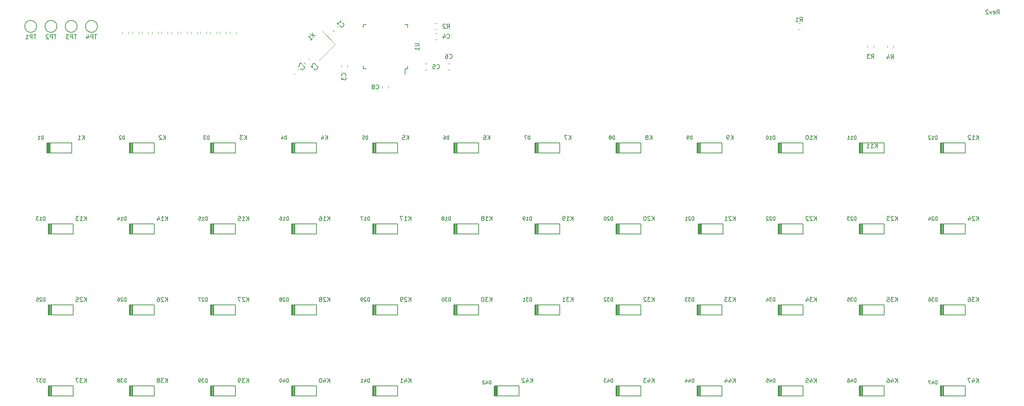
<source format=gbr>
G04 #@! TF.GenerationSoftware,KiCad,Pcbnew,(5.1.0)-1*
G04 #@! TF.CreationDate,2020-08-28T07:36:50-04:00*
G04 #@! TF.ProjectId,keyboard,6b657962-6f61-4726-942e-6b696361645f,rev?*
G04 #@! TF.SameCoordinates,Original*
G04 #@! TF.FileFunction,Legend,Bot*
G04 #@! TF.FilePolarity,Positive*
%FSLAX46Y46*%
G04 Gerber Fmt 4.6, Leading zero omitted, Abs format (unit mm)*
G04 Created by KiCad (PCBNEW (5.1.0)-1) date 2020-08-28 07:36:50*
%MOMM*%
%LPD*%
G04 APERTURE LIST*
%ADD10C,0.150000*%
%ADD11C,0.120000*%
%ADD12C,0.200000*%
G04 APERTURE END LIST*
D10*
X248372190Y-32837380D02*
X248705523Y-32361190D01*
X248943619Y-32837380D02*
X248943619Y-31837380D01*
X248562666Y-31837380D01*
X248467428Y-31885000D01*
X248419809Y-31932619D01*
X248372190Y-32027857D01*
X248372190Y-32170714D01*
X248419809Y-32265952D01*
X248467428Y-32313571D01*
X248562666Y-32361190D01*
X248943619Y-32361190D01*
X247562666Y-32789761D02*
X247657904Y-32837380D01*
X247848380Y-32837380D01*
X247943619Y-32789761D01*
X247991238Y-32694523D01*
X247991238Y-32313571D01*
X247943619Y-32218333D01*
X247848380Y-32170714D01*
X247657904Y-32170714D01*
X247562666Y-32218333D01*
X247515047Y-32313571D01*
X247515047Y-32408809D01*
X247991238Y-32504047D01*
X247181714Y-32170714D02*
X246943619Y-32837380D01*
X246705523Y-32170714D01*
X246372190Y-31932619D02*
X246324571Y-31885000D01*
X246229333Y-31837380D01*
X245991238Y-31837380D01*
X245896000Y-31885000D01*
X245848380Y-31932619D01*
X245800761Y-32027857D01*
X245800761Y-32123095D01*
X245848380Y-32265952D01*
X246419809Y-32837380D01*
X245800761Y-32837380D01*
D11*
X46842750Y-37501328D02*
X46842750Y-36984172D01*
X45422750Y-37501328D02*
X45422750Y-36984172D01*
X43041500Y-37501328D02*
X43041500Y-36984172D01*
X44461500Y-37501328D02*
X44461500Y-36984172D01*
X51414750Y-37501328D02*
X51414750Y-36984172D01*
X49994750Y-37501328D02*
X49994750Y-36984172D01*
X47613500Y-37501328D02*
X47613500Y-36984172D01*
X49033500Y-37501328D02*
X49033500Y-36984172D01*
X69702750Y-37501328D02*
X69702750Y-36984172D01*
X68282750Y-37501328D02*
X68282750Y-36984172D01*
X65901500Y-37501328D02*
X65901500Y-36984172D01*
X67321500Y-37501328D02*
X67321500Y-36984172D01*
X65130750Y-37501328D02*
X65130750Y-36984172D01*
X63710750Y-37501328D02*
X63710750Y-36984172D01*
X61329500Y-37501328D02*
X61329500Y-36984172D01*
X62749500Y-37501328D02*
X62749500Y-36984172D01*
X60558750Y-37501328D02*
X60558750Y-36984172D01*
X59138750Y-37501328D02*
X59138750Y-36984172D01*
X56757500Y-37501328D02*
X56757500Y-36984172D01*
X58177500Y-37501328D02*
X58177500Y-36984172D01*
X54566750Y-37501328D02*
X54566750Y-36984172D01*
X55986750Y-37501328D02*
X55986750Y-36984172D01*
X53605500Y-37501328D02*
X53605500Y-36984172D01*
X52185500Y-37501328D02*
X52185500Y-36984172D01*
D10*
X109950000Y-45656250D02*
X109375000Y-45656250D01*
X109950000Y-35306250D02*
X109275000Y-35306250D01*
X99600000Y-35306250D02*
X100275000Y-35306250D01*
X99600000Y-45656250D02*
X100275000Y-45656250D01*
X109950000Y-45656250D02*
X109950000Y-44981250D01*
X99600000Y-45656250D02*
X99600000Y-44981250D01*
X99600000Y-35306250D02*
X99600000Y-35981250D01*
X109950000Y-35306250D02*
X109950000Y-35981250D01*
X109375000Y-45656250D02*
X109375000Y-46931250D01*
D11*
X93775888Y-36002796D02*
X93410204Y-35637112D01*
X92771796Y-37006888D02*
X92406112Y-36641204D01*
X86981388Y-43559296D02*
X86615704Y-43193612D01*
X85977296Y-44563388D02*
X85611612Y-44197704D01*
X95833000Y-44826422D02*
X95833000Y-45343578D01*
X94413000Y-44826422D02*
X94413000Y-45343578D01*
X116422672Y-38810000D02*
X116939828Y-38810000D01*
X116422672Y-37390000D02*
X116939828Y-37390000D01*
X114041422Y-44533750D02*
X114558578Y-44533750D01*
X114041422Y-45953750D02*
X114558578Y-45953750D01*
X119375422Y-45922000D02*
X119892578Y-45922000D01*
X119375422Y-44502000D02*
X119892578Y-44502000D01*
X105485000Y-50264828D02*
X105485000Y-49747672D01*
X104065000Y-50264828D02*
X104065000Y-49747672D01*
D12*
X31056250Y-63093750D02*
X25256250Y-63093750D01*
X31056250Y-65493750D02*
X31056250Y-63093750D01*
X25256250Y-65493750D02*
X31056250Y-65493750D01*
X25331250Y-65493750D02*
X25331250Y-63093750D01*
X25456250Y-65493750D02*
X25456250Y-63093750D01*
X25231250Y-63093750D02*
X25231250Y-65493750D01*
X25631250Y-65493750D02*
X25631250Y-63093750D01*
X25806250Y-65493750D02*
X25806250Y-63093750D01*
X25981250Y-65493750D02*
X25981250Y-63093750D01*
X45350000Y-65493750D02*
X45350000Y-63093750D01*
X45175000Y-65493750D02*
X45175000Y-63093750D01*
X45000000Y-65493750D02*
X45000000Y-63093750D01*
X44600000Y-63093750D02*
X44600000Y-65493750D01*
X44825000Y-65493750D02*
X44825000Y-63093750D01*
X44700000Y-65493750D02*
X44700000Y-63093750D01*
X44625000Y-65493750D02*
X50425000Y-65493750D01*
X50425000Y-65493750D02*
X50425000Y-63093750D01*
X50425000Y-63093750D02*
X44625000Y-63093750D01*
X69475000Y-63093750D02*
X63675000Y-63093750D01*
X69475000Y-65493750D02*
X69475000Y-63093750D01*
X63675000Y-65493750D02*
X69475000Y-65493750D01*
X63750000Y-65493750D02*
X63750000Y-63093750D01*
X63875000Y-65493750D02*
X63875000Y-63093750D01*
X63650000Y-63093750D02*
X63650000Y-65493750D01*
X64050000Y-65493750D02*
X64050000Y-63093750D01*
X64225000Y-65493750D02*
X64225000Y-63093750D01*
X64400000Y-65493750D02*
X64400000Y-63093750D01*
X83450000Y-65493750D02*
X83450000Y-63093750D01*
X83275000Y-65493750D02*
X83275000Y-63093750D01*
X83100000Y-65493750D02*
X83100000Y-63093750D01*
X82700000Y-63093750D02*
X82700000Y-65493750D01*
X82925000Y-65493750D02*
X82925000Y-63093750D01*
X82800000Y-65493750D02*
X82800000Y-63093750D01*
X82725000Y-65493750D02*
X88525000Y-65493750D01*
X88525000Y-65493750D02*
X88525000Y-63093750D01*
X88525000Y-63093750D02*
X82725000Y-63093750D01*
X102500000Y-65493750D02*
X102500000Y-63093750D01*
X102325000Y-65493750D02*
X102325000Y-63093750D01*
X102150000Y-65493750D02*
X102150000Y-63093750D01*
X101750000Y-63093750D02*
X101750000Y-65493750D01*
X101975000Y-65493750D02*
X101975000Y-63093750D01*
X101850000Y-65493750D02*
X101850000Y-63093750D01*
X101775000Y-65493750D02*
X107575000Y-65493750D01*
X107575000Y-65493750D02*
X107575000Y-63093750D01*
X107575000Y-63093750D02*
X101775000Y-63093750D01*
X126625000Y-63093750D02*
X120825000Y-63093750D01*
X126625000Y-65493750D02*
X126625000Y-63093750D01*
X120825000Y-65493750D02*
X126625000Y-65493750D01*
X120900000Y-65493750D02*
X120900000Y-63093750D01*
X121025000Y-65493750D02*
X121025000Y-63093750D01*
X120800000Y-63093750D02*
X120800000Y-65493750D01*
X121200000Y-65493750D02*
X121200000Y-63093750D01*
X121375000Y-65493750D02*
X121375000Y-63093750D01*
X121550000Y-65493750D02*
X121550000Y-63093750D01*
X140600000Y-65493750D02*
X140600000Y-63093750D01*
X140425000Y-65493750D02*
X140425000Y-63093750D01*
X140250000Y-65493750D02*
X140250000Y-63093750D01*
X139850000Y-63093750D02*
X139850000Y-65493750D01*
X140075000Y-65493750D02*
X140075000Y-63093750D01*
X139950000Y-65493750D02*
X139950000Y-63093750D01*
X139875000Y-65493750D02*
X145675000Y-65493750D01*
X145675000Y-65493750D02*
X145675000Y-63093750D01*
X145675000Y-63093750D02*
X139875000Y-63093750D01*
X164725000Y-63093750D02*
X158925000Y-63093750D01*
X164725000Y-65493750D02*
X164725000Y-63093750D01*
X158925000Y-65493750D02*
X164725000Y-65493750D01*
X159000000Y-65493750D02*
X159000000Y-63093750D01*
X159125000Y-65493750D02*
X159125000Y-63093750D01*
X158900000Y-63093750D02*
X158900000Y-65493750D01*
X159300000Y-65493750D02*
X159300000Y-63093750D01*
X159475000Y-65493750D02*
X159475000Y-63093750D01*
X159650000Y-65493750D02*
X159650000Y-63093750D01*
X178700000Y-65493750D02*
X178700000Y-63093750D01*
X178525000Y-65493750D02*
X178525000Y-63093750D01*
X178350000Y-65493750D02*
X178350000Y-63093750D01*
X177950000Y-63093750D02*
X177950000Y-65493750D01*
X178175000Y-65493750D02*
X178175000Y-63093750D01*
X178050000Y-65493750D02*
X178050000Y-63093750D01*
X177975000Y-65493750D02*
X183775000Y-65493750D01*
X183775000Y-65493750D02*
X183775000Y-63093750D01*
X183775000Y-63093750D02*
X177975000Y-63093750D01*
X197750000Y-65493750D02*
X197750000Y-63093750D01*
X197575000Y-65493750D02*
X197575000Y-63093750D01*
X197400000Y-65493750D02*
X197400000Y-63093750D01*
X197000000Y-63093750D02*
X197000000Y-65493750D01*
X197225000Y-65493750D02*
X197225000Y-63093750D01*
X197100000Y-65493750D02*
X197100000Y-63093750D01*
X197025000Y-65493750D02*
X202825000Y-65493750D01*
X202825000Y-65493750D02*
X202825000Y-63093750D01*
X202825000Y-63093750D02*
X197025000Y-63093750D01*
X221875000Y-63093750D02*
X216075000Y-63093750D01*
X221875000Y-65493750D02*
X221875000Y-63093750D01*
X216075000Y-65493750D02*
X221875000Y-65493750D01*
X216150000Y-65493750D02*
X216150000Y-63093750D01*
X216275000Y-65493750D02*
X216275000Y-63093750D01*
X216050000Y-63093750D02*
X216050000Y-65493750D01*
X216450000Y-65493750D02*
X216450000Y-63093750D01*
X216625000Y-65493750D02*
X216625000Y-63093750D01*
X216800000Y-65493750D02*
X216800000Y-63093750D01*
X240925000Y-63093750D02*
X235125000Y-63093750D01*
X240925000Y-65493750D02*
X240925000Y-63093750D01*
X235125000Y-65493750D02*
X240925000Y-65493750D01*
X235200000Y-65493750D02*
X235200000Y-63093750D01*
X235325000Y-65493750D02*
X235325000Y-63093750D01*
X235100000Y-63093750D02*
X235100000Y-65493750D01*
X235500000Y-65493750D02*
X235500000Y-63093750D01*
X235675000Y-65493750D02*
X235675000Y-63093750D01*
X235850000Y-65493750D02*
X235850000Y-63093750D01*
X31375000Y-82143750D02*
X25575000Y-82143750D01*
X31375000Y-84543750D02*
X31375000Y-82143750D01*
X25575000Y-84543750D02*
X31375000Y-84543750D01*
X25650000Y-84543750D02*
X25650000Y-82143750D01*
X25775000Y-84543750D02*
X25775000Y-82143750D01*
X25550000Y-82143750D02*
X25550000Y-84543750D01*
X25950000Y-84543750D02*
X25950000Y-82143750D01*
X26125000Y-84543750D02*
X26125000Y-82143750D01*
X26300000Y-84543750D02*
X26300000Y-82143750D01*
X45350000Y-84543750D02*
X45350000Y-82143750D01*
X45175000Y-84543750D02*
X45175000Y-82143750D01*
X45000000Y-84543750D02*
X45000000Y-82143750D01*
X44600000Y-82143750D02*
X44600000Y-84543750D01*
X44825000Y-84543750D02*
X44825000Y-82143750D01*
X44700000Y-84543750D02*
X44700000Y-82143750D01*
X44625000Y-84543750D02*
X50425000Y-84543750D01*
X50425000Y-84543750D02*
X50425000Y-82143750D01*
X50425000Y-82143750D02*
X44625000Y-82143750D01*
X64400000Y-84543750D02*
X64400000Y-82143750D01*
X64225000Y-84543750D02*
X64225000Y-82143750D01*
X64050000Y-84543750D02*
X64050000Y-82143750D01*
X63650000Y-82143750D02*
X63650000Y-84543750D01*
X63875000Y-84543750D02*
X63875000Y-82143750D01*
X63750000Y-84543750D02*
X63750000Y-82143750D01*
X63675000Y-84543750D02*
X69475000Y-84543750D01*
X69475000Y-84543750D02*
X69475000Y-82143750D01*
X69475000Y-82143750D02*
X63675000Y-82143750D01*
X83450000Y-84543750D02*
X83450000Y-82143750D01*
X83275000Y-84543750D02*
X83275000Y-82143750D01*
X83100000Y-84543750D02*
X83100000Y-82143750D01*
X82700000Y-82143750D02*
X82700000Y-84543750D01*
X82925000Y-84543750D02*
X82925000Y-82143750D01*
X82800000Y-84543750D02*
X82800000Y-82143750D01*
X82725000Y-84543750D02*
X88525000Y-84543750D01*
X88525000Y-84543750D02*
X88525000Y-82143750D01*
X88525000Y-82143750D02*
X82725000Y-82143750D01*
X107575000Y-82143750D02*
X101775000Y-82143750D01*
X107575000Y-84543750D02*
X107575000Y-82143750D01*
X101775000Y-84543750D02*
X107575000Y-84543750D01*
X101850000Y-84543750D02*
X101850000Y-82143750D01*
X101975000Y-84543750D02*
X101975000Y-82143750D01*
X101750000Y-82143750D02*
X101750000Y-84543750D01*
X102150000Y-84543750D02*
X102150000Y-82143750D01*
X102325000Y-84543750D02*
X102325000Y-82143750D01*
X102500000Y-84543750D02*
X102500000Y-82143750D01*
X121550000Y-84543750D02*
X121550000Y-82143750D01*
X121375000Y-84543750D02*
X121375000Y-82143750D01*
X121200000Y-84543750D02*
X121200000Y-82143750D01*
X120800000Y-82143750D02*
X120800000Y-84543750D01*
X121025000Y-84543750D02*
X121025000Y-82143750D01*
X120900000Y-84543750D02*
X120900000Y-82143750D01*
X120825000Y-84543750D02*
X126625000Y-84543750D01*
X126625000Y-84543750D02*
X126625000Y-82143750D01*
X126625000Y-82143750D02*
X120825000Y-82143750D01*
X145675000Y-82143750D02*
X139875000Y-82143750D01*
X145675000Y-84543750D02*
X145675000Y-82143750D01*
X139875000Y-84543750D02*
X145675000Y-84543750D01*
X139950000Y-84543750D02*
X139950000Y-82143750D01*
X140075000Y-84543750D02*
X140075000Y-82143750D01*
X139850000Y-82143750D02*
X139850000Y-84543750D01*
X140250000Y-84543750D02*
X140250000Y-82143750D01*
X140425000Y-84543750D02*
X140425000Y-82143750D01*
X140600000Y-84543750D02*
X140600000Y-82143750D01*
X164725000Y-82143750D02*
X158925000Y-82143750D01*
X164725000Y-84543750D02*
X164725000Y-82143750D01*
X158925000Y-84543750D02*
X164725000Y-84543750D01*
X159000000Y-84543750D02*
X159000000Y-82143750D01*
X159125000Y-84543750D02*
X159125000Y-82143750D01*
X158900000Y-82143750D02*
X158900000Y-84543750D01*
X159300000Y-84543750D02*
X159300000Y-82143750D01*
X159475000Y-84543750D02*
X159475000Y-82143750D01*
X159650000Y-84543750D02*
X159650000Y-82143750D01*
X184093750Y-82143750D02*
X178293750Y-82143750D01*
X184093750Y-84543750D02*
X184093750Y-82143750D01*
X178293750Y-84543750D02*
X184093750Y-84543750D01*
X178368750Y-84543750D02*
X178368750Y-82143750D01*
X178493750Y-84543750D02*
X178493750Y-82143750D01*
X178268750Y-82143750D02*
X178268750Y-84543750D01*
X178668750Y-84543750D02*
X178668750Y-82143750D01*
X178843750Y-84543750D02*
X178843750Y-82143750D01*
X179018750Y-84543750D02*
X179018750Y-82143750D01*
X197750000Y-84543750D02*
X197750000Y-82143750D01*
X197575000Y-84543750D02*
X197575000Y-82143750D01*
X197400000Y-84543750D02*
X197400000Y-82143750D01*
X197000000Y-82143750D02*
X197000000Y-84543750D01*
X197225000Y-84543750D02*
X197225000Y-82143750D01*
X197100000Y-84543750D02*
X197100000Y-82143750D01*
X197025000Y-84543750D02*
X202825000Y-84543750D01*
X202825000Y-84543750D02*
X202825000Y-82143750D01*
X202825000Y-82143750D02*
X197025000Y-82143750D01*
X221875000Y-82143750D02*
X216075000Y-82143750D01*
X221875000Y-84543750D02*
X221875000Y-82143750D01*
X216075000Y-84543750D02*
X221875000Y-84543750D01*
X216150000Y-84543750D02*
X216150000Y-82143750D01*
X216275000Y-84543750D02*
X216275000Y-82143750D01*
X216050000Y-82143750D02*
X216050000Y-84543750D01*
X216450000Y-84543750D02*
X216450000Y-82143750D01*
X216625000Y-84543750D02*
X216625000Y-82143750D01*
X216800000Y-84543750D02*
X216800000Y-82143750D01*
X240925000Y-82143750D02*
X235125000Y-82143750D01*
X240925000Y-84543750D02*
X240925000Y-82143750D01*
X235125000Y-84543750D02*
X240925000Y-84543750D01*
X235200000Y-84543750D02*
X235200000Y-82143750D01*
X235325000Y-84543750D02*
X235325000Y-82143750D01*
X235100000Y-82143750D02*
X235100000Y-84543750D01*
X235500000Y-84543750D02*
X235500000Y-82143750D01*
X235675000Y-84543750D02*
X235675000Y-82143750D01*
X235850000Y-84543750D02*
X235850000Y-82143750D01*
X26300000Y-103593750D02*
X26300000Y-101193750D01*
X26125000Y-103593750D02*
X26125000Y-101193750D01*
X25950000Y-103593750D02*
X25950000Y-101193750D01*
X25550000Y-101193750D02*
X25550000Y-103593750D01*
X25775000Y-103593750D02*
X25775000Y-101193750D01*
X25650000Y-103593750D02*
X25650000Y-101193750D01*
X25575000Y-103593750D02*
X31375000Y-103593750D01*
X31375000Y-103593750D02*
X31375000Y-101193750D01*
X31375000Y-101193750D02*
X25575000Y-101193750D01*
X50425000Y-101193750D02*
X44625000Y-101193750D01*
X50425000Y-103593750D02*
X50425000Y-101193750D01*
X44625000Y-103593750D02*
X50425000Y-103593750D01*
X44700000Y-103593750D02*
X44700000Y-101193750D01*
X44825000Y-103593750D02*
X44825000Y-101193750D01*
X44600000Y-101193750D02*
X44600000Y-103593750D01*
X45000000Y-103593750D02*
X45000000Y-101193750D01*
X45175000Y-103593750D02*
X45175000Y-101193750D01*
X45350000Y-103593750D02*
X45350000Y-101193750D01*
X64400000Y-103593750D02*
X64400000Y-101193750D01*
X64225000Y-103593750D02*
X64225000Y-101193750D01*
X64050000Y-103593750D02*
X64050000Y-101193750D01*
X63650000Y-101193750D02*
X63650000Y-103593750D01*
X63875000Y-103593750D02*
X63875000Y-101193750D01*
X63750000Y-103593750D02*
X63750000Y-101193750D01*
X63675000Y-103593750D02*
X69475000Y-103593750D01*
X69475000Y-103593750D02*
X69475000Y-101193750D01*
X69475000Y-101193750D02*
X63675000Y-101193750D01*
X83450000Y-103593750D02*
X83450000Y-101193750D01*
X83275000Y-103593750D02*
X83275000Y-101193750D01*
X83100000Y-103593750D02*
X83100000Y-101193750D01*
X82700000Y-101193750D02*
X82700000Y-103593750D01*
X82925000Y-103593750D02*
X82925000Y-101193750D01*
X82800000Y-103593750D02*
X82800000Y-101193750D01*
X82725000Y-103593750D02*
X88525000Y-103593750D01*
X88525000Y-103593750D02*
X88525000Y-101193750D01*
X88525000Y-101193750D02*
X82725000Y-101193750D01*
X102500000Y-103593750D02*
X102500000Y-101193750D01*
X102325000Y-103593750D02*
X102325000Y-101193750D01*
X102150000Y-103593750D02*
X102150000Y-101193750D01*
X101750000Y-101193750D02*
X101750000Y-103593750D01*
X101975000Y-103593750D02*
X101975000Y-101193750D01*
X101850000Y-103593750D02*
X101850000Y-101193750D01*
X101775000Y-103593750D02*
X107575000Y-103593750D01*
X107575000Y-103593750D02*
X107575000Y-101193750D01*
X107575000Y-101193750D02*
X101775000Y-101193750D01*
X121550000Y-103593750D02*
X121550000Y-101193750D01*
X121375000Y-103593750D02*
X121375000Y-101193750D01*
X121200000Y-103593750D02*
X121200000Y-101193750D01*
X120800000Y-101193750D02*
X120800000Y-103593750D01*
X121025000Y-103593750D02*
X121025000Y-101193750D01*
X120900000Y-103593750D02*
X120900000Y-101193750D01*
X120825000Y-103593750D02*
X126625000Y-103593750D01*
X126625000Y-103593750D02*
X126625000Y-101193750D01*
X126625000Y-101193750D02*
X120825000Y-101193750D01*
X140600000Y-103593750D02*
X140600000Y-101193750D01*
X140425000Y-103593750D02*
X140425000Y-101193750D01*
X140250000Y-103593750D02*
X140250000Y-101193750D01*
X139850000Y-101193750D02*
X139850000Y-103593750D01*
X140075000Y-103593750D02*
X140075000Y-101193750D01*
X139950000Y-103593750D02*
X139950000Y-101193750D01*
X139875000Y-103593750D02*
X145675000Y-103593750D01*
X145675000Y-103593750D02*
X145675000Y-101193750D01*
X145675000Y-101193750D02*
X139875000Y-101193750D01*
X159650000Y-103593750D02*
X159650000Y-101193750D01*
X159475000Y-103593750D02*
X159475000Y-101193750D01*
X159300000Y-103593750D02*
X159300000Y-101193750D01*
X158900000Y-101193750D02*
X158900000Y-103593750D01*
X159125000Y-103593750D02*
X159125000Y-101193750D01*
X159000000Y-103593750D02*
X159000000Y-101193750D01*
X158925000Y-103593750D02*
X164725000Y-103593750D01*
X164725000Y-103593750D02*
X164725000Y-101193750D01*
X164725000Y-101193750D02*
X158925000Y-101193750D01*
X183775000Y-101193750D02*
X177975000Y-101193750D01*
X183775000Y-103593750D02*
X183775000Y-101193750D01*
X177975000Y-103593750D02*
X183775000Y-103593750D01*
X178050000Y-103593750D02*
X178050000Y-101193750D01*
X178175000Y-103593750D02*
X178175000Y-101193750D01*
X177950000Y-101193750D02*
X177950000Y-103593750D01*
X178350000Y-103593750D02*
X178350000Y-101193750D01*
X178525000Y-103593750D02*
X178525000Y-101193750D01*
X178700000Y-103593750D02*
X178700000Y-101193750D01*
X197750000Y-103593750D02*
X197750000Y-101193750D01*
X197575000Y-103593750D02*
X197575000Y-101193750D01*
X197400000Y-103593750D02*
X197400000Y-101193750D01*
X197000000Y-101193750D02*
X197000000Y-103593750D01*
X197225000Y-103593750D02*
X197225000Y-101193750D01*
X197100000Y-103593750D02*
X197100000Y-101193750D01*
X197025000Y-103593750D02*
X202825000Y-103593750D01*
X202825000Y-103593750D02*
X202825000Y-101193750D01*
X202825000Y-101193750D02*
X197025000Y-101193750D01*
X221875000Y-101193750D02*
X216075000Y-101193750D01*
X221875000Y-103593750D02*
X221875000Y-101193750D01*
X216075000Y-103593750D02*
X221875000Y-103593750D01*
X216150000Y-103593750D02*
X216150000Y-101193750D01*
X216275000Y-103593750D02*
X216275000Y-101193750D01*
X216050000Y-101193750D02*
X216050000Y-103593750D01*
X216450000Y-103593750D02*
X216450000Y-101193750D01*
X216625000Y-103593750D02*
X216625000Y-101193750D01*
X216800000Y-103593750D02*
X216800000Y-101193750D01*
X240925000Y-101193750D02*
X235125000Y-101193750D01*
X240925000Y-103593750D02*
X240925000Y-101193750D01*
X235125000Y-103593750D02*
X240925000Y-103593750D01*
X235200000Y-103593750D02*
X235200000Y-101193750D01*
X235325000Y-103593750D02*
X235325000Y-101193750D01*
X235100000Y-101193750D02*
X235100000Y-103593750D01*
X235500000Y-103593750D02*
X235500000Y-101193750D01*
X235675000Y-103593750D02*
X235675000Y-101193750D01*
X235850000Y-103593750D02*
X235850000Y-101193750D01*
X31375000Y-120243750D02*
X25575000Y-120243750D01*
X31375000Y-122643750D02*
X31375000Y-120243750D01*
X25575000Y-122643750D02*
X31375000Y-122643750D01*
X25650000Y-122643750D02*
X25650000Y-120243750D01*
X25775000Y-122643750D02*
X25775000Y-120243750D01*
X25550000Y-120243750D02*
X25550000Y-122643750D01*
X25950000Y-122643750D02*
X25950000Y-120243750D01*
X26125000Y-122643750D02*
X26125000Y-120243750D01*
X26300000Y-122643750D02*
X26300000Y-120243750D01*
X45350000Y-122643750D02*
X45350000Y-120243750D01*
X45175000Y-122643750D02*
X45175000Y-120243750D01*
X45000000Y-122643750D02*
X45000000Y-120243750D01*
X44600000Y-120243750D02*
X44600000Y-122643750D01*
X44825000Y-122643750D02*
X44825000Y-120243750D01*
X44700000Y-122643750D02*
X44700000Y-120243750D01*
X44625000Y-122643750D02*
X50425000Y-122643750D01*
X50425000Y-122643750D02*
X50425000Y-120243750D01*
X50425000Y-120243750D02*
X44625000Y-120243750D01*
X64400000Y-122643750D02*
X64400000Y-120243750D01*
X64225000Y-122643750D02*
X64225000Y-120243750D01*
X64050000Y-122643750D02*
X64050000Y-120243750D01*
X63650000Y-120243750D02*
X63650000Y-122643750D01*
X63875000Y-122643750D02*
X63875000Y-120243750D01*
X63750000Y-122643750D02*
X63750000Y-120243750D01*
X63675000Y-122643750D02*
X69475000Y-122643750D01*
X69475000Y-122643750D02*
X69475000Y-120243750D01*
X69475000Y-120243750D02*
X63675000Y-120243750D01*
X83450000Y-122643750D02*
X83450000Y-120243750D01*
X83275000Y-122643750D02*
X83275000Y-120243750D01*
X83100000Y-122643750D02*
X83100000Y-120243750D01*
X82700000Y-120243750D02*
X82700000Y-122643750D01*
X82925000Y-122643750D02*
X82925000Y-120243750D01*
X82800000Y-122643750D02*
X82800000Y-120243750D01*
X82725000Y-122643750D02*
X88525000Y-122643750D01*
X88525000Y-122643750D02*
X88525000Y-120243750D01*
X88525000Y-120243750D02*
X82725000Y-120243750D01*
X107575000Y-120243750D02*
X101775000Y-120243750D01*
X107575000Y-122643750D02*
X107575000Y-120243750D01*
X101775000Y-122643750D02*
X107575000Y-122643750D01*
X101850000Y-122643750D02*
X101850000Y-120243750D01*
X101975000Y-122643750D02*
X101975000Y-120243750D01*
X101750000Y-120243750D02*
X101750000Y-122643750D01*
X102150000Y-122643750D02*
X102150000Y-120243750D01*
X102325000Y-122643750D02*
X102325000Y-120243750D01*
X102500000Y-122643750D02*
X102500000Y-120243750D01*
X164725000Y-120243750D02*
X158925000Y-120243750D01*
X164725000Y-122643750D02*
X164725000Y-120243750D01*
X158925000Y-122643750D02*
X164725000Y-122643750D01*
X159000000Y-122643750D02*
X159000000Y-120243750D01*
X159125000Y-122643750D02*
X159125000Y-120243750D01*
X158900000Y-120243750D02*
X158900000Y-122643750D01*
X159300000Y-122643750D02*
X159300000Y-120243750D01*
X159475000Y-122643750D02*
X159475000Y-120243750D01*
X159650000Y-122643750D02*
X159650000Y-120243750D01*
X183775000Y-120243750D02*
X177975000Y-120243750D01*
X183775000Y-122643750D02*
X183775000Y-120243750D01*
X177975000Y-122643750D02*
X183775000Y-122643750D01*
X178050000Y-122643750D02*
X178050000Y-120243750D01*
X178175000Y-122643750D02*
X178175000Y-120243750D01*
X177950000Y-120243750D02*
X177950000Y-122643750D01*
X178350000Y-122643750D02*
X178350000Y-120243750D01*
X178525000Y-122643750D02*
X178525000Y-120243750D01*
X178700000Y-122643750D02*
X178700000Y-120243750D01*
X202825000Y-120243750D02*
X197025000Y-120243750D01*
X202825000Y-122643750D02*
X202825000Y-120243750D01*
X197025000Y-122643750D02*
X202825000Y-122643750D01*
X197100000Y-122643750D02*
X197100000Y-120243750D01*
X197225000Y-122643750D02*
X197225000Y-120243750D01*
X197000000Y-120243750D02*
X197000000Y-122643750D01*
X197400000Y-122643750D02*
X197400000Y-120243750D01*
X197575000Y-122643750D02*
X197575000Y-120243750D01*
X197750000Y-122643750D02*
X197750000Y-120243750D01*
X221875000Y-120243750D02*
X216075000Y-120243750D01*
X221875000Y-122643750D02*
X221875000Y-120243750D01*
X216075000Y-122643750D02*
X221875000Y-122643750D01*
X216150000Y-122643750D02*
X216150000Y-120243750D01*
X216275000Y-122643750D02*
X216275000Y-120243750D01*
X216050000Y-120243750D02*
X216050000Y-122643750D01*
X216450000Y-122643750D02*
X216450000Y-120243750D01*
X216625000Y-122643750D02*
X216625000Y-120243750D01*
X216800000Y-122643750D02*
X216800000Y-120243750D01*
X235850000Y-122643750D02*
X235850000Y-120243750D01*
X235675000Y-122643750D02*
X235675000Y-120243750D01*
X235500000Y-122643750D02*
X235500000Y-120243750D01*
X235100000Y-120243750D02*
X235100000Y-122643750D01*
X235325000Y-122643750D02*
X235325000Y-120243750D01*
X235200000Y-122643750D02*
X235200000Y-120243750D01*
X235125000Y-122643750D02*
X240925000Y-122643750D01*
X240925000Y-122643750D02*
X240925000Y-120243750D01*
X240925000Y-120243750D02*
X235125000Y-120243750D01*
D11*
X202175878Y-35059550D02*
X201658722Y-35059550D01*
X202175878Y-36479550D02*
X201658722Y-36479550D01*
X218022100Y-40695378D02*
X218022100Y-40178222D01*
X219442100Y-40695378D02*
X219442100Y-40178222D01*
X222638550Y-40790628D02*
X222638550Y-40273472D01*
X224058550Y-40790628D02*
X224058550Y-40273472D01*
X89888553Y-36794177D02*
X92999823Y-39905447D01*
X92999823Y-39905447D02*
X89181447Y-43723823D01*
D12*
X131075000Y-122643750D02*
X131075000Y-120243750D01*
X130900000Y-122643750D02*
X130900000Y-120243750D01*
X130725000Y-122643750D02*
X130725000Y-120243750D01*
X130325000Y-120243750D02*
X130325000Y-122643750D01*
X130550000Y-122643750D02*
X130550000Y-120243750D01*
X130425000Y-122643750D02*
X130425000Y-120243750D01*
X130350000Y-122643750D02*
X136150000Y-122643750D01*
X136150000Y-122643750D02*
X136150000Y-120243750D01*
X136150000Y-120243750D02*
X130350000Y-120243750D01*
D11*
X84515075Y-46045983D02*
X84149391Y-45680299D01*
X83510983Y-47050075D02*
X83145299Y-46684391D01*
X116939828Y-35008750D02*
X116422672Y-35008750D01*
X116939828Y-36428750D02*
X116422672Y-36428750D01*
D10*
X37118750Y-35718750D02*
G75*
G03X37118750Y-35718750I-1400000J0D01*
G01*
X22831250Y-35718750D02*
G75*
G03X22831250Y-35718750I-1400000J0D01*
G01*
X27593750Y-35718750D02*
G75*
G03X27593750Y-35718750I-1400000J0D01*
G01*
X32356250Y-35718750D02*
G75*
G03X32356250Y-35718750I-1400000J0D01*
G01*
X111677380Y-39719345D02*
X112486904Y-39719345D01*
X112582142Y-39766964D01*
X112629761Y-39814583D01*
X112677380Y-39909821D01*
X112677380Y-40100297D01*
X112629761Y-40195535D01*
X112582142Y-40243154D01*
X112486904Y-40290773D01*
X111677380Y-40290773D01*
X112677380Y-41290773D02*
X112677380Y-40719345D01*
X112677380Y-41005059D02*
X111677380Y-41005059D01*
X111820238Y-40909821D01*
X111915476Y-40814583D01*
X111963095Y-40719345D01*
X94123038Y-35525663D02*
X94123038Y-35593006D01*
X94190382Y-35727693D01*
X94257726Y-35795037D01*
X94392413Y-35862380D01*
X94527100Y-35862380D01*
X94628115Y-35828709D01*
X94796474Y-35727693D01*
X94897489Y-35626678D01*
X94998504Y-35458319D01*
X95032176Y-35357304D01*
X95032176Y-35222617D01*
X94964832Y-35087930D01*
X94897489Y-35020586D01*
X94762802Y-34953243D01*
X94695458Y-34953243D01*
X93382260Y-34919571D02*
X93786321Y-35323632D01*
X93584290Y-35121602D02*
X94291397Y-34414495D01*
X94257726Y-34582854D01*
X94257726Y-34717541D01*
X94291397Y-34818556D01*
X87971562Y-45614139D02*
X87971562Y-45681482D01*
X88038906Y-45816169D01*
X88106250Y-45883513D01*
X88240937Y-45950856D01*
X88375624Y-45950856D01*
X88476639Y-45917185D01*
X88644998Y-45816169D01*
X88746013Y-45715154D01*
X88847028Y-45546795D01*
X88880700Y-45445780D01*
X88880700Y-45311093D01*
X88813356Y-45176406D01*
X88746013Y-45109062D01*
X88611326Y-45041719D01*
X88543982Y-45041719D01*
X88274608Y-44772345D02*
X88274608Y-44705001D01*
X88240937Y-44603986D01*
X88072578Y-44435627D01*
X87971562Y-44401956D01*
X87904219Y-44401956D01*
X87803204Y-44435627D01*
X87735860Y-44502971D01*
X87668517Y-44637658D01*
X87668517Y-45445780D01*
X87230784Y-45008047D01*
X95384892Y-47348083D02*
X95432511Y-47300464D01*
X95480130Y-47157607D01*
X95480130Y-47062369D01*
X95432511Y-46919511D01*
X95337273Y-46824273D01*
X95242035Y-46776654D01*
X95051559Y-46729035D01*
X94908702Y-46729035D01*
X94718226Y-46776654D01*
X94622988Y-46824273D01*
X94527750Y-46919511D01*
X94480130Y-47062369D01*
X94480130Y-47157607D01*
X94527750Y-47300464D01*
X94575369Y-47348083D01*
X94480130Y-47681416D02*
X94480130Y-48300464D01*
X94861083Y-47967130D01*
X94861083Y-48109988D01*
X94908702Y-48205226D01*
X94956321Y-48252845D01*
X95051559Y-48300464D01*
X95289654Y-48300464D01*
X95384892Y-48252845D01*
X95432511Y-48205226D01*
X95480130Y-48109988D01*
X95480130Y-47824273D01*
X95432511Y-47729035D01*
X95384892Y-47681416D01*
X119229166Y-38457142D02*
X119276785Y-38504761D01*
X119419642Y-38552380D01*
X119514880Y-38552380D01*
X119657738Y-38504761D01*
X119752976Y-38409523D01*
X119800595Y-38314285D01*
X119848214Y-38123809D01*
X119848214Y-37980952D01*
X119800595Y-37790476D01*
X119752976Y-37695238D01*
X119657738Y-37600000D01*
X119514880Y-37552380D01*
X119419642Y-37552380D01*
X119276785Y-37600000D01*
X119229166Y-37647619D01*
X118372023Y-37885714D02*
X118372023Y-38552380D01*
X118610119Y-37504761D02*
X118848214Y-38219047D01*
X118229166Y-38219047D01*
X116847916Y-45600892D02*
X116895535Y-45648511D01*
X117038392Y-45696130D01*
X117133630Y-45696130D01*
X117276488Y-45648511D01*
X117371726Y-45553273D01*
X117419345Y-45458035D01*
X117466964Y-45267559D01*
X117466964Y-45124702D01*
X117419345Y-44934226D01*
X117371726Y-44838988D01*
X117276488Y-44743750D01*
X117133630Y-44696130D01*
X117038392Y-44696130D01*
X116895535Y-44743750D01*
X116847916Y-44791369D01*
X115943154Y-44696130D02*
X116419345Y-44696130D01*
X116466964Y-45172321D01*
X116419345Y-45124702D01*
X116324107Y-45077083D01*
X116086011Y-45077083D01*
X115990773Y-45124702D01*
X115943154Y-45172321D01*
X115895535Y-45267559D01*
X115895535Y-45505654D01*
X115943154Y-45600892D01*
X115990773Y-45648511D01*
X116086011Y-45696130D01*
X116324107Y-45696130D01*
X116419345Y-45648511D01*
X116466964Y-45600892D01*
X119800666Y-43187892D02*
X119848285Y-43235511D01*
X119991142Y-43283130D01*
X120086380Y-43283130D01*
X120229238Y-43235511D01*
X120324476Y-43140273D01*
X120372095Y-43045035D01*
X120419714Y-42854559D01*
X120419714Y-42711702D01*
X120372095Y-42521226D01*
X120324476Y-42425988D01*
X120229238Y-42330750D01*
X120086380Y-42283130D01*
X119991142Y-42283130D01*
X119848285Y-42330750D01*
X119800666Y-42378369D01*
X118943523Y-42283130D02*
X119134000Y-42283130D01*
X119229238Y-42330750D01*
X119276857Y-42378369D01*
X119372095Y-42521226D01*
X119419714Y-42711702D01*
X119419714Y-43092654D01*
X119372095Y-43187892D01*
X119324476Y-43235511D01*
X119229238Y-43283130D01*
X119038761Y-43283130D01*
X118943523Y-43235511D01*
X118895904Y-43187892D01*
X118848285Y-43092654D01*
X118848285Y-42854559D01*
X118895904Y-42759321D01*
X118943523Y-42711702D01*
X119038761Y-42664083D01*
X119229238Y-42664083D01*
X119324476Y-42711702D01*
X119372095Y-42759321D01*
X119419714Y-42854559D01*
X102560416Y-50363392D02*
X102608035Y-50411011D01*
X102750892Y-50458630D01*
X102846130Y-50458630D01*
X102988988Y-50411011D01*
X103084226Y-50315773D01*
X103131845Y-50220535D01*
X103179464Y-50030059D01*
X103179464Y-49887202D01*
X103131845Y-49696726D01*
X103084226Y-49601488D01*
X102988988Y-49506250D01*
X102846130Y-49458630D01*
X102750892Y-49458630D01*
X102608035Y-49506250D01*
X102560416Y-49553869D01*
X101988988Y-49887202D02*
X102084226Y-49839583D01*
X102131845Y-49791964D01*
X102179464Y-49696726D01*
X102179464Y-49649107D01*
X102131845Y-49553869D01*
X102084226Y-49506250D01*
X101988988Y-49458630D01*
X101798511Y-49458630D01*
X101703273Y-49506250D01*
X101655654Y-49553869D01*
X101608035Y-49649107D01*
X101608035Y-49696726D01*
X101655654Y-49791964D01*
X101703273Y-49839583D01*
X101798511Y-49887202D01*
X101988988Y-49887202D01*
X102084226Y-49934821D01*
X102131845Y-49982440D01*
X102179464Y-50077678D01*
X102179464Y-50268154D01*
X102131845Y-50363392D01*
X102084226Y-50411011D01*
X101988988Y-50458630D01*
X101798511Y-50458630D01*
X101703273Y-50411011D01*
X101655654Y-50363392D01*
X101608035Y-50268154D01*
X101608035Y-50077678D01*
X101655654Y-49982440D01*
X101703273Y-49934821D01*
X101798511Y-49887202D01*
X24402976Y-62274404D02*
X24402976Y-61474404D01*
X24212500Y-61474404D01*
X24098214Y-61512500D01*
X24022023Y-61588690D01*
X23983928Y-61664880D01*
X23945833Y-61817261D01*
X23945833Y-61931547D01*
X23983928Y-62083928D01*
X24022023Y-62160119D01*
X24098214Y-62236309D01*
X24212500Y-62274404D01*
X24402976Y-62274404D01*
X23183928Y-62274404D02*
X23641071Y-62274404D01*
X23412500Y-62274404D02*
X23412500Y-61474404D01*
X23488690Y-61588690D01*
X23564880Y-61664880D01*
X23641071Y-61702976D01*
X43452976Y-62274404D02*
X43452976Y-61474404D01*
X43262500Y-61474404D01*
X43148214Y-61512500D01*
X43072023Y-61588690D01*
X43033928Y-61664880D01*
X42995833Y-61817261D01*
X42995833Y-61931547D01*
X43033928Y-62083928D01*
X43072023Y-62160119D01*
X43148214Y-62236309D01*
X43262500Y-62274404D01*
X43452976Y-62274404D01*
X42691071Y-61550595D02*
X42652976Y-61512500D01*
X42576785Y-61474404D01*
X42386309Y-61474404D01*
X42310119Y-61512500D01*
X42272023Y-61550595D01*
X42233928Y-61626785D01*
X42233928Y-61702976D01*
X42272023Y-61817261D01*
X42729166Y-62274404D01*
X42233928Y-62274404D01*
X63309226Y-62274404D02*
X63309226Y-61474404D01*
X63118750Y-61474404D01*
X63004464Y-61512500D01*
X62928273Y-61588690D01*
X62890178Y-61664880D01*
X62852083Y-61817261D01*
X62852083Y-61931547D01*
X62890178Y-62083928D01*
X62928273Y-62160119D01*
X63004464Y-62236309D01*
X63118750Y-62274404D01*
X63309226Y-62274404D01*
X62585416Y-61474404D02*
X62090178Y-61474404D01*
X62356845Y-61779166D01*
X62242559Y-61779166D01*
X62166369Y-61817261D01*
X62128273Y-61855357D01*
X62090178Y-61931547D01*
X62090178Y-62122023D01*
X62128273Y-62198214D01*
X62166369Y-62236309D01*
X62242559Y-62274404D01*
X62471130Y-62274404D01*
X62547321Y-62236309D01*
X62585416Y-62198214D01*
X81552976Y-62274404D02*
X81552976Y-61474404D01*
X81362500Y-61474404D01*
X81248214Y-61512500D01*
X81172023Y-61588690D01*
X81133928Y-61664880D01*
X81095833Y-61817261D01*
X81095833Y-61931547D01*
X81133928Y-62083928D01*
X81172023Y-62160119D01*
X81248214Y-62236309D01*
X81362500Y-62274404D01*
X81552976Y-62274404D01*
X80410119Y-61741071D02*
X80410119Y-62274404D01*
X80600595Y-61436309D02*
X80791071Y-62007738D01*
X80295833Y-62007738D01*
X100602976Y-62274404D02*
X100602976Y-61474404D01*
X100412500Y-61474404D01*
X100298214Y-61512500D01*
X100222023Y-61588690D01*
X100183928Y-61664880D01*
X100145833Y-61817261D01*
X100145833Y-61931547D01*
X100183928Y-62083928D01*
X100222023Y-62160119D01*
X100298214Y-62236309D01*
X100412500Y-62274404D01*
X100602976Y-62274404D01*
X99422023Y-61474404D02*
X99802976Y-61474404D01*
X99841071Y-61855357D01*
X99802976Y-61817261D01*
X99726785Y-61779166D01*
X99536309Y-61779166D01*
X99460119Y-61817261D01*
X99422023Y-61855357D01*
X99383928Y-61931547D01*
X99383928Y-62122023D01*
X99422023Y-62198214D01*
X99460119Y-62236309D01*
X99536309Y-62274404D01*
X99726785Y-62274404D01*
X99802976Y-62236309D01*
X99841071Y-62198214D01*
X119652976Y-62274404D02*
X119652976Y-61474404D01*
X119462500Y-61474404D01*
X119348214Y-61512500D01*
X119272023Y-61588690D01*
X119233928Y-61664880D01*
X119195833Y-61817261D01*
X119195833Y-61931547D01*
X119233928Y-62083928D01*
X119272023Y-62160119D01*
X119348214Y-62236309D01*
X119462500Y-62274404D01*
X119652976Y-62274404D01*
X118510119Y-61474404D02*
X118662500Y-61474404D01*
X118738690Y-61512500D01*
X118776785Y-61550595D01*
X118852976Y-61664880D01*
X118891071Y-61817261D01*
X118891071Y-62122023D01*
X118852976Y-62198214D01*
X118814880Y-62236309D01*
X118738690Y-62274404D01*
X118586309Y-62274404D01*
X118510119Y-62236309D01*
X118472023Y-62198214D01*
X118433928Y-62122023D01*
X118433928Y-61931547D01*
X118472023Y-61855357D01*
X118510119Y-61817261D01*
X118586309Y-61779166D01*
X118738690Y-61779166D01*
X118814880Y-61817261D01*
X118852976Y-61855357D01*
X118891071Y-61931547D01*
X138702976Y-62274404D02*
X138702976Y-61474404D01*
X138512500Y-61474404D01*
X138398214Y-61512500D01*
X138322023Y-61588690D01*
X138283928Y-61664880D01*
X138245833Y-61817261D01*
X138245833Y-61931547D01*
X138283928Y-62083928D01*
X138322023Y-62160119D01*
X138398214Y-62236309D01*
X138512500Y-62274404D01*
X138702976Y-62274404D01*
X137979166Y-61474404D02*
X137445833Y-61474404D01*
X137788690Y-62274404D01*
X158559226Y-62274404D02*
X158559226Y-61474404D01*
X158368750Y-61474404D01*
X158254464Y-61512500D01*
X158178273Y-61588690D01*
X158140178Y-61664880D01*
X158102083Y-61817261D01*
X158102083Y-61931547D01*
X158140178Y-62083928D01*
X158178273Y-62160119D01*
X158254464Y-62236309D01*
X158368750Y-62274404D01*
X158559226Y-62274404D01*
X157644940Y-61817261D02*
X157721130Y-61779166D01*
X157759226Y-61741071D01*
X157797321Y-61664880D01*
X157797321Y-61626785D01*
X157759226Y-61550595D01*
X157721130Y-61512500D01*
X157644940Y-61474404D01*
X157492559Y-61474404D01*
X157416369Y-61512500D01*
X157378273Y-61550595D01*
X157340178Y-61626785D01*
X157340178Y-61664880D01*
X157378273Y-61741071D01*
X157416369Y-61779166D01*
X157492559Y-61817261D01*
X157644940Y-61817261D01*
X157721130Y-61855357D01*
X157759226Y-61893452D01*
X157797321Y-61969642D01*
X157797321Y-62122023D01*
X157759226Y-62198214D01*
X157721130Y-62236309D01*
X157644940Y-62274404D01*
X157492559Y-62274404D01*
X157416369Y-62236309D01*
X157378273Y-62198214D01*
X157340178Y-62122023D01*
X157340178Y-61969642D01*
X157378273Y-61893452D01*
X157416369Y-61855357D01*
X157492559Y-61817261D01*
X176802976Y-62274404D02*
X176802976Y-61474404D01*
X176612500Y-61474404D01*
X176498214Y-61512500D01*
X176422023Y-61588690D01*
X176383928Y-61664880D01*
X176345833Y-61817261D01*
X176345833Y-61931547D01*
X176383928Y-62083928D01*
X176422023Y-62160119D01*
X176498214Y-62236309D01*
X176612500Y-62274404D01*
X176802976Y-62274404D01*
X175964880Y-62274404D02*
X175812500Y-62274404D01*
X175736309Y-62236309D01*
X175698214Y-62198214D01*
X175622023Y-62083928D01*
X175583928Y-61931547D01*
X175583928Y-61626785D01*
X175622023Y-61550595D01*
X175660119Y-61512500D01*
X175736309Y-61474404D01*
X175888690Y-61474404D01*
X175964880Y-61512500D01*
X176002976Y-61550595D01*
X176041071Y-61626785D01*
X176041071Y-61817261D01*
X176002976Y-61893452D01*
X175964880Y-61931547D01*
X175888690Y-61969642D01*
X175736309Y-61969642D01*
X175660119Y-61931547D01*
X175622023Y-61893452D01*
X175583928Y-61817261D01*
X196233928Y-62274404D02*
X196233928Y-61474404D01*
X196043452Y-61474404D01*
X195929166Y-61512500D01*
X195852976Y-61588690D01*
X195814880Y-61664880D01*
X195776785Y-61817261D01*
X195776785Y-61931547D01*
X195814880Y-62083928D01*
X195852976Y-62160119D01*
X195929166Y-62236309D01*
X196043452Y-62274404D01*
X196233928Y-62274404D01*
X195014880Y-62274404D02*
X195472023Y-62274404D01*
X195243452Y-62274404D02*
X195243452Y-61474404D01*
X195319642Y-61588690D01*
X195395833Y-61664880D01*
X195472023Y-61702976D01*
X194519642Y-61474404D02*
X194443452Y-61474404D01*
X194367261Y-61512500D01*
X194329166Y-61550595D01*
X194291071Y-61626785D01*
X194252976Y-61779166D01*
X194252976Y-61969642D01*
X194291071Y-62122023D01*
X194329166Y-62198214D01*
X194367261Y-62236309D01*
X194443452Y-62274404D01*
X194519642Y-62274404D01*
X194595833Y-62236309D01*
X194633928Y-62198214D01*
X194672023Y-62122023D01*
X194710119Y-61969642D01*
X194710119Y-61779166D01*
X194672023Y-61626785D01*
X194633928Y-61550595D01*
X194595833Y-61512500D01*
X194519642Y-61474404D01*
X215283928Y-62274404D02*
X215283928Y-61474404D01*
X215093452Y-61474404D01*
X214979166Y-61512500D01*
X214902976Y-61588690D01*
X214864880Y-61664880D01*
X214826785Y-61817261D01*
X214826785Y-61931547D01*
X214864880Y-62083928D01*
X214902976Y-62160119D01*
X214979166Y-62236309D01*
X215093452Y-62274404D01*
X215283928Y-62274404D01*
X214064880Y-62274404D02*
X214522023Y-62274404D01*
X214293452Y-62274404D02*
X214293452Y-61474404D01*
X214369642Y-61588690D01*
X214445833Y-61664880D01*
X214522023Y-61702976D01*
X213302976Y-62274404D02*
X213760119Y-62274404D01*
X213531547Y-62274404D02*
X213531547Y-61474404D01*
X213607738Y-61588690D01*
X213683928Y-61664880D01*
X213760119Y-61702976D01*
X234333928Y-62274404D02*
X234333928Y-61474404D01*
X234143452Y-61474404D01*
X234029166Y-61512500D01*
X233952976Y-61588690D01*
X233914880Y-61664880D01*
X233876785Y-61817261D01*
X233876785Y-61931547D01*
X233914880Y-62083928D01*
X233952976Y-62160119D01*
X234029166Y-62236309D01*
X234143452Y-62274404D01*
X234333928Y-62274404D01*
X233114880Y-62274404D02*
X233572023Y-62274404D01*
X233343452Y-62274404D02*
X233343452Y-61474404D01*
X233419642Y-61588690D01*
X233495833Y-61664880D01*
X233572023Y-61702976D01*
X232810119Y-61550595D02*
X232772023Y-61512500D01*
X232695833Y-61474404D01*
X232505357Y-61474404D01*
X232429166Y-61512500D01*
X232391071Y-61550595D01*
X232352976Y-61626785D01*
X232352976Y-61702976D01*
X232391071Y-61817261D01*
X232848214Y-62274404D01*
X232352976Y-62274404D01*
X24783928Y-81324404D02*
X24783928Y-80524404D01*
X24593452Y-80524404D01*
X24479166Y-80562500D01*
X24402976Y-80638690D01*
X24364880Y-80714880D01*
X24326785Y-80867261D01*
X24326785Y-80981547D01*
X24364880Y-81133928D01*
X24402976Y-81210119D01*
X24479166Y-81286309D01*
X24593452Y-81324404D01*
X24783928Y-81324404D01*
X23564880Y-81324404D02*
X24022023Y-81324404D01*
X23793452Y-81324404D02*
X23793452Y-80524404D01*
X23869642Y-80638690D01*
X23945833Y-80714880D01*
X24022023Y-80752976D01*
X23298214Y-80524404D02*
X22802976Y-80524404D01*
X23069642Y-80829166D01*
X22955357Y-80829166D01*
X22879166Y-80867261D01*
X22841071Y-80905357D01*
X22802976Y-80981547D01*
X22802976Y-81172023D01*
X22841071Y-81248214D01*
X22879166Y-81286309D01*
X22955357Y-81324404D01*
X23183928Y-81324404D01*
X23260119Y-81286309D01*
X23298214Y-81248214D01*
X43833928Y-81324404D02*
X43833928Y-80524404D01*
X43643452Y-80524404D01*
X43529166Y-80562500D01*
X43452976Y-80638690D01*
X43414880Y-80714880D01*
X43376785Y-80867261D01*
X43376785Y-80981547D01*
X43414880Y-81133928D01*
X43452976Y-81210119D01*
X43529166Y-81286309D01*
X43643452Y-81324404D01*
X43833928Y-81324404D01*
X42614880Y-81324404D02*
X43072023Y-81324404D01*
X42843452Y-81324404D02*
X42843452Y-80524404D01*
X42919642Y-80638690D01*
X42995833Y-80714880D01*
X43072023Y-80752976D01*
X41929166Y-80791071D02*
X41929166Y-81324404D01*
X42119642Y-80486309D02*
X42310119Y-81057738D01*
X41814880Y-81057738D01*
X62883928Y-81324404D02*
X62883928Y-80524404D01*
X62693452Y-80524404D01*
X62579166Y-80562500D01*
X62502976Y-80638690D01*
X62464880Y-80714880D01*
X62426785Y-80867261D01*
X62426785Y-80981547D01*
X62464880Y-81133928D01*
X62502976Y-81210119D01*
X62579166Y-81286309D01*
X62693452Y-81324404D01*
X62883928Y-81324404D01*
X61664880Y-81324404D02*
X62122023Y-81324404D01*
X61893452Y-81324404D02*
X61893452Y-80524404D01*
X61969642Y-80638690D01*
X62045833Y-80714880D01*
X62122023Y-80752976D01*
X60941071Y-80524404D02*
X61322023Y-80524404D01*
X61360119Y-80905357D01*
X61322023Y-80867261D01*
X61245833Y-80829166D01*
X61055357Y-80829166D01*
X60979166Y-80867261D01*
X60941071Y-80905357D01*
X60902976Y-80981547D01*
X60902976Y-81172023D01*
X60941071Y-81248214D01*
X60979166Y-81286309D01*
X61055357Y-81324404D01*
X61245833Y-81324404D01*
X61322023Y-81286309D01*
X61360119Y-81248214D01*
X81933928Y-81324404D02*
X81933928Y-80524404D01*
X81743452Y-80524404D01*
X81629166Y-80562500D01*
X81552976Y-80638690D01*
X81514880Y-80714880D01*
X81476785Y-80867261D01*
X81476785Y-80981547D01*
X81514880Y-81133928D01*
X81552976Y-81210119D01*
X81629166Y-81286309D01*
X81743452Y-81324404D01*
X81933928Y-81324404D01*
X80714880Y-81324404D02*
X81172023Y-81324404D01*
X80943452Y-81324404D02*
X80943452Y-80524404D01*
X81019642Y-80638690D01*
X81095833Y-80714880D01*
X81172023Y-80752976D01*
X80029166Y-80524404D02*
X80181547Y-80524404D01*
X80257738Y-80562500D01*
X80295833Y-80600595D01*
X80372023Y-80714880D01*
X80410119Y-80867261D01*
X80410119Y-81172023D01*
X80372023Y-81248214D01*
X80333928Y-81286309D01*
X80257738Y-81324404D01*
X80105357Y-81324404D01*
X80029166Y-81286309D01*
X79991071Y-81248214D01*
X79952976Y-81172023D01*
X79952976Y-80981547D01*
X79991071Y-80905357D01*
X80029166Y-80867261D01*
X80105357Y-80829166D01*
X80257738Y-80829166D01*
X80333928Y-80867261D01*
X80372023Y-80905357D01*
X80410119Y-80981547D01*
X100983928Y-81324404D02*
X100983928Y-80524404D01*
X100793452Y-80524404D01*
X100679166Y-80562500D01*
X100602976Y-80638690D01*
X100564880Y-80714880D01*
X100526785Y-80867261D01*
X100526785Y-80981547D01*
X100564880Y-81133928D01*
X100602976Y-81210119D01*
X100679166Y-81286309D01*
X100793452Y-81324404D01*
X100983928Y-81324404D01*
X99764880Y-81324404D02*
X100222023Y-81324404D01*
X99993452Y-81324404D02*
X99993452Y-80524404D01*
X100069642Y-80638690D01*
X100145833Y-80714880D01*
X100222023Y-80752976D01*
X99498214Y-80524404D02*
X98964880Y-80524404D01*
X99307738Y-81324404D01*
X120033928Y-81324404D02*
X120033928Y-80524404D01*
X119843452Y-80524404D01*
X119729166Y-80562500D01*
X119652976Y-80638690D01*
X119614880Y-80714880D01*
X119576785Y-80867261D01*
X119576785Y-80981547D01*
X119614880Y-81133928D01*
X119652976Y-81210119D01*
X119729166Y-81286309D01*
X119843452Y-81324404D01*
X120033928Y-81324404D01*
X118814880Y-81324404D02*
X119272023Y-81324404D01*
X119043452Y-81324404D02*
X119043452Y-80524404D01*
X119119642Y-80638690D01*
X119195833Y-80714880D01*
X119272023Y-80752976D01*
X118357738Y-80867261D02*
X118433928Y-80829166D01*
X118472023Y-80791071D01*
X118510119Y-80714880D01*
X118510119Y-80676785D01*
X118472023Y-80600595D01*
X118433928Y-80562500D01*
X118357738Y-80524404D01*
X118205357Y-80524404D01*
X118129166Y-80562500D01*
X118091071Y-80600595D01*
X118052976Y-80676785D01*
X118052976Y-80714880D01*
X118091071Y-80791071D01*
X118129166Y-80829166D01*
X118205357Y-80867261D01*
X118357738Y-80867261D01*
X118433928Y-80905357D01*
X118472023Y-80943452D01*
X118510119Y-81019642D01*
X118510119Y-81172023D01*
X118472023Y-81248214D01*
X118433928Y-81286309D01*
X118357738Y-81324404D01*
X118205357Y-81324404D01*
X118129166Y-81286309D01*
X118091071Y-81248214D01*
X118052976Y-81172023D01*
X118052976Y-81019642D01*
X118091071Y-80943452D01*
X118129166Y-80905357D01*
X118205357Y-80867261D01*
X139083928Y-81324404D02*
X139083928Y-80524404D01*
X138893452Y-80524404D01*
X138779166Y-80562500D01*
X138702976Y-80638690D01*
X138664880Y-80714880D01*
X138626785Y-80867261D01*
X138626785Y-80981547D01*
X138664880Y-81133928D01*
X138702976Y-81210119D01*
X138779166Y-81286309D01*
X138893452Y-81324404D01*
X139083928Y-81324404D01*
X137864880Y-81324404D02*
X138322023Y-81324404D01*
X138093452Y-81324404D02*
X138093452Y-80524404D01*
X138169642Y-80638690D01*
X138245833Y-80714880D01*
X138322023Y-80752976D01*
X137483928Y-81324404D02*
X137331547Y-81324404D01*
X137255357Y-81286309D01*
X137217261Y-81248214D01*
X137141071Y-81133928D01*
X137102976Y-80981547D01*
X137102976Y-80676785D01*
X137141071Y-80600595D01*
X137179166Y-80562500D01*
X137255357Y-80524404D01*
X137407738Y-80524404D01*
X137483928Y-80562500D01*
X137522023Y-80600595D01*
X137560119Y-80676785D01*
X137560119Y-80867261D01*
X137522023Y-80943452D01*
X137483928Y-80981547D01*
X137407738Y-81019642D01*
X137255357Y-81019642D01*
X137179166Y-80981547D01*
X137141071Y-80943452D01*
X137102976Y-80867261D01*
X158133928Y-81324404D02*
X158133928Y-80524404D01*
X157943452Y-80524404D01*
X157829166Y-80562500D01*
X157752976Y-80638690D01*
X157714880Y-80714880D01*
X157676785Y-80867261D01*
X157676785Y-80981547D01*
X157714880Y-81133928D01*
X157752976Y-81210119D01*
X157829166Y-81286309D01*
X157943452Y-81324404D01*
X158133928Y-81324404D01*
X157372023Y-80600595D02*
X157333928Y-80562500D01*
X157257738Y-80524404D01*
X157067261Y-80524404D01*
X156991071Y-80562500D01*
X156952976Y-80600595D01*
X156914880Y-80676785D01*
X156914880Y-80752976D01*
X156952976Y-80867261D01*
X157410119Y-81324404D01*
X156914880Y-81324404D01*
X156419642Y-80524404D02*
X156343452Y-80524404D01*
X156267261Y-80562500D01*
X156229166Y-80600595D01*
X156191071Y-80676785D01*
X156152976Y-80829166D01*
X156152976Y-81019642D01*
X156191071Y-81172023D01*
X156229166Y-81248214D01*
X156267261Y-81286309D01*
X156343452Y-81324404D01*
X156419642Y-81324404D01*
X156495833Y-81286309D01*
X156533928Y-81248214D01*
X156572023Y-81172023D01*
X156610119Y-81019642D01*
X156610119Y-80829166D01*
X156572023Y-80676785D01*
X156533928Y-80600595D01*
X156495833Y-80562500D01*
X156419642Y-80524404D01*
X177183928Y-81324404D02*
X177183928Y-80524404D01*
X176993452Y-80524404D01*
X176879166Y-80562500D01*
X176802976Y-80638690D01*
X176764880Y-80714880D01*
X176726785Y-80867261D01*
X176726785Y-80981547D01*
X176764880Y-81133928D01*
X176802976Y-81210119D01*
X176879166Y-81286309D01*
X176993452Y-81324404D01*
X177183928Y-81324404D01*
X176422023Y-80600595D02*
X176383928Y-80562500D01*
X176307738Y-80524404D01*
X176117261Y-80524404D01*
X176041071Y-80562500D01*
X176002976Y-80600595D01*
X175964880Y-80676785D01*
X175964880Y-80752976D01*
X176002976Y-80867261D01*
X176460119Y-81324404D01*
X175964880Y-81324404D01*
X175202976Y-81324404D02*
X175660119Y-81324404D01*
X175431547Y-81324404D02*
X175431547Y-80524404D01*
X175507738Y-80638690D01*
X175583928Y-80714880D01*
X175660119Y-80752976D01*
X196233928Y-81324404D02*
X196233928Y-80524404D01*
X196043452Y-80524404D01*
X195929166Y-80562500D01*
X195852976Y-80638690D01*
X195814880Y-80714880D01*
X195776785Y-80867261D01*
X195776785Y-80981547D01*
X195814880Y-81133928D01*
X195852976Y-81210119D01*
X195929166Y-81286309D01*
X196043452Y-81324404D01*
X196233928Y-81324404D01*
X195472023Y-80600595D02*
X195433928Y-80562500D01*
X195357738Y-80524404D01*
X195167261Y-80524404D01*
X195091071Y-80562500D01*
X195052976Y-80600595D01*
X195014880Y-80676785D01*
X195014880Y-80752976D01*
X195052976Y-80867261D01*
X195510119Y-81324404D01*
X195014880Y-81324404D01*
X194710119Y-80600595D02*
X194672023Y-80562500D01*
X194595833Y-80524404D01*
X194405357Y-80524404D01*
X194329166Y-80562500D01*
X194291071Y-80600595D01*
X194252976Y-80676785D01*
X194252976Y-80752976D01*
X194291071Y-80867261D01*
X194748214Y-81324404D01*
X194252976Y-81324404D01*
X215283928Y-81324404D02*
X215283928Y-80524404D01*
X215093452Y-80524404D01*
X214979166Y-80562500D01*
X214902976Y-80638690D01*
X214864880Y-80714880D01*
X214826785Y-80867261D01*
X214826785Y-80981547D01*
X214864880Y-81133928D01*
X214902976Y-81210119D01*
X214979166Y-81286309D01*
X215093452Y-81324404D01*
X215283928Y-81324404D01*
X214522023Y-80600595D02*
X214483928Y-80562500D01*
X214407738Y-80524404D01*
X214217261Y-80524404D01*
X214141071Y-80562500D01*
X214102976Y-80600595D01*
X214064880Y-80676785D01*
X214064880Y-80752976D01*
X214102976Y-80867261D01*
X214560119Y-81324404D01*
X214064880Y-81324404D01*
X213798214Y-80524404D02*
X213302976Y-80524404D01*
X213569642Y-80829166D01*
X213455357Y-80829166D01*
X213379166Y-80867261D01*
X213341071Y-80905357D01*
X213302976Y-80981547D01*
X213302976Y-81172023D01*
X213341071Y-81248214D01*
X213379166Y-81286309D01*
X213455357Y-81324404D01*
X213683928Y-81324404D01*
X213760119Y-81286309D01*
X213798214Y-81248214D01*
X234333928Y-81324404D02*
X234333928Y-80524404D01*
X234143452Y-80524404D01*
X234029166Y-80562500D01*
X233952976Y-80638690D01*
X233914880Y-80714880D01*
X233876785Y-80867261D01*
X233876785Y-80981547D01*
X233914880Y-81133928D01*
X233952976Y-81210119D01*
X234029166Y-81286309D01*
X234143452Y-81324404D01*
X234333928Y-81324404D01*
X233572023Y-80600595D02*
X233533928Y-80562500D01*
X233457738Y-80524404D01*
X233267261Y-80524404D01*
X233191071Y-80562500D01*
X233152976Y-80600595D01*
X233114880Y-80676785D01*
X233114880Y-80752976D01*
X233152976Y-80867261D01*
X233610119Y-81324404D01*
X233114880Y-81324404D01*
X232429166Y-80791071D02*
X232429166Y-81324404D01*
X232619642Y-80486309D02*
X232810119Y-81057738D01*
X232314880Y-81057738D01*
X24783928Y-100374404D02*
X24783928Y-99574404D01*
X24593452Y-99574404D01*
X24479166Y-99612500D01*
X24402976Y-99688690D01*
X24364880Y-99764880D01*
X24326785Y-99917261D01*
X24326785Y-100031547D01*
X24364880Y-100183928D01*
X24402976Y-100260119D01*
X24479166Y-100336309D01*
X24593452Y-100374404D01*
X24783928Y-100374404D01*
X24022023Y-99650595D02*
X23983928Y-99612500D01*
X23907738Y-99574404D01*
X23717261Y-99574404D01*
X23641071Y-99612500D01*
X23602976Y-99650595D01*
X23564880Y-99726785D01*
X23564880Y-99802976D01*
X23602976Y-99917261D01*
X24060119Y-100374404D01*
X23564880Y-100374404D01*
X22841071Y-99574404D02*
X23222023Y-99574404D01*
X23260119Y-99955357D01*
X23222023Y-99917261D01*
X23145833Y-99879166D01*
X22955357Y-99879166D01*
X22879166Y-99917261D01*
X22841071Y-99955357D01*
X22802976Y-100031547D01*
X22802976Y-100222023D01*
X22841071Y-100298214D01*
X22879166Y-100336309D01*
X22955357Y-100374404D01*
X23145833Y-100374404D01*
X23222023Y-100336309D01*
X23260119Y-100298214D01*
X43833928Y-100374404D02*
X43833928Y-99574404D01*
X43643452Y-99574404D01*
X43529166Y-99612500D01*
X43452976Y-99688690D01*
X43414880Y-99764880D01*
X43376785Y-99917261D01*
X43376785Y-100031547D01*
X43414880Y-100183928D01*
X43452976Y-100260119D01*
X43529166Y-100336309D01*
X43643452Y-100374404D01*
X43833928Y-100374404D01*
X43072023Y-99650595D02*
X43033928Y-99612500D01*
X42957738Y-99574404D01*
X42767261Y-99574404D01*
X42691071Y-99612500D01*
X42652976Y-99650595D01*
X42614880Y-99726785D01*
X42614880Y-99802976D01*
X42652976Y-99917261D01*
X43110119Y-100374404D01*
X42614880Y-100374404D01*
X41929166Y-99574404D02*
X42081547Y-99574404D01*
X42157738Y-99612500D01*
X42195833Y-99650595D01*
X42272023Y-99764880D01*
X42310119Y-99917261D01*
X42310119Y-100222023D01*
X42272023Y-100298214D01*
X42233928Y-100336309D01*
X42157738Y-100374404D01*
X42005357Y-100374404D01*
X41929166Y-100336309D01*
X41891071Y-100298214D01*
X41852976Y-100222023D01*
X41852976Y-100031547D01*
X41891071Y-99955357D01*
X41929166Y-99917261D01*
X42005357Y-99879166D01*
X42157738Y-99879166D01*
X42233928Y-99917261D01*
X42272023Y-99955357D01*
X42310119Y-100031547D01*
X62883928Y-100374404D02*
X62883928Y-99574404D01*
X62693452Y-99574404D01*
X62579166Y-99612500D01*
X62502976Y-99688690D01*
X62464880Y-99764880D01*
X62426785Y-99917261D01*
X62426785Y-100031547D01*
X62464880Y-100183928D01*
X62502976Y-100260119D01*
X62579166Y-100336309D01*
X62693452Y-100374404D01*
X62883928Y-100374404D01*
X62122023Y-99650595D02*
X62083928Y-99612500D01*
X62007738Y-99574404D01*
X61817261Y-99574404D01*
X61741071Y-99612500D01*
X61702976Y-99650595D01*
X61664880Y-99726785D01*
X61664880Y-99802976D01*
X61702976Y-99917261D01*
X62160119Y-100374404D01*
X61664880Y-100374404D01*
X61398214Y-99574404D02*
X60864880Y-99574404D01*
X61207738Y-100374404D01*
X81933928Y-100374404D02*
X81933928Y-99574404D01*
X81743452Y-99574404D01*
X81629166Y-99612500D01*
X81552976Y-99688690D01*
X81514880Y-99764880D01*
X81476785Y-99917261D01*
X81476785Y-100031547D01*
X81514880Y-100183928D01*
X81552976Y-100260119D01*
X81629166Y-100336309D01*
X81743452Y-100374404D01*
X81933928Y-100374404D01*
X81172023Y-99650595D02*
X81133928Y-99612500D01*
X81057738Y-99574404D01*
X80867261Y-99574404D01*
X80791071Y-99612500D01*
X80752976Y-99650595D01*
X80714880Y-99726785D01*
X80714880Y-99802976D01*
X80752976Y-99917261D01*
X81210119Y-100374404D01*
X80714880Y-100374404D01*
X80257738Y-99917261D02*
X80333928Y-99879166D01*
X80372023Y-99841071D01*
X80410119Y-99764880D01*
X80410119Y-99726785D01*
X80372023Y-99650595D01*
X80333928Y-99612500D01*
X80257738Y-99574404D01*
X80105357Y-99574404D01*
X80029166Y-99612500D01*
X79991071Y-99650595D01*
X79952976Y-99726785D01*
X79952976Y-99764880D01*
X79991071Y-99841071D01*
X80029166Y-99879166D01*
X80105357Y-99917261D01*
X80257738Y-99917261D01*
X80333928Y-99955357D01*
X80372023Y-99993452D01*
X80410119Y-100069642D01*
X80410119Y-100222023D01*
X80372023Y-100298214D01*
X80333928Y-100336309D01*
X80257738Y-100374404D01*
X80105357Y-100374404D01*
X80029166Y-100336309D01*
X79991071Y-100298214D01*
X79952976Y-100222023D01*
X79952976Y-100069642D01*
X79991071Y-99993452D01*
X80029166Y-99955357D01*
X80105357Y-99917261D01*
X100983928Y-100374404D02*
X100983928Y-99574404D01*
X100793452Y-99574404D01*
X100679166Y-99612500D01*
X100602976Y-99688690D01*
X100564880Y-99764880D01*
X100526785Y-99917261D01*
X100526785Y-100031547D01*
X100564880Y-100183928D01*
X100602976Y-100260119D01*
X100679166Y-100336309D01*
X100793452Y-100374404D01*
X100983928Y-100374404D01*
X100222023Y-99650595D02*
X100183928Y-99612500D01*
X100107738Y-99574404D01*
X99917261Y-99574404D01*
X99841071Y-99612500D01*
X99802976Y-99650595D01*
X99764880Y-99726785D01*
X99764880Y-99802976D01*
X99802976Y-99917261D01*
X100260119Y-100374404D01*
X99764880Y-100374404D01*
X99383928Y-100374404D02*
X99231547Y-100374404D01*
X99155357Y-100336309D01*
X99117261Y-100298214D01*
X99041071Y-100183928D01*
X99002976Y-100031547D01*
X99002976Y-99726785D01*
X99041071Y-99650595D01*
X99079166Y-99612500D01*
X99155357Y-99574404D01*
X99307738Y-99574404D01*
X99383928Y-99612500D01*
X99422023Y-99650595D01*
X99460119Y-99726785D01*
X99460119Y-99917261D01*
X99422023Y-99993452D01*
X99383928Y-100031547D01*
X99307738Y-100069642D01*
X99155357Y-100069642D01*
X99079166Y-100031547D01*
X99041071Y-99993452D01*
X99002976Y-99917261D01*
X120033928Y-100374404D02*
X120033928Y-99574404D01*
X119843452Y-99574404D01*
X119729166Y-99612500D01*
X119652976Y-99688690D01*
X119614880Y-99764880D01*
X119576785Y-99917261D01*
X119576785Y-100031547D01*
X119614880Y-100183928D01*
X119652976Y-100260119D01*
X119729166Y-100336309D01*
X119843452Y-100374404D01*
X120033928Y-100374404D01*
X119310119Y-99574404D02*
X118814880Y-99574404D01*
X119081547Y-99879166D01*
X118967261Y-99879166D01*
X118891071Y-99917261D01*
X118852976Y-99955357D01*
X118814880Y-100031547D01*
X118814880Y-100222023D01*
X118852976Y-100298214D01*
X118891071Y-100336309D01*
X118967261Y-100374404D01*
X119195833Y-100374404D01*
X119272023Y-100336309D01*
X119310119Y-100298214D01*
X118319642Y-99574404D02*
X118243452Y-99574404D01*
X118167261Y-99612500D01*
X118129166Y-99650595D01*
X118091071Y-99726785D01*
X118052976Y-99879166D01*
X118052976Y-100069642D01*
X118091071Y-100222023D01*
X118129166Y-100298214D01*
X118167261Y-100336309D01*
X118243452Y-100374404D01*
X118319642Y-100374404D01*
X118395833Y-100336309D01*
X118433928Y-100298214D01*
X118472023Y-100222023D01*
X118510119Y-100069642D01*
X118510119Y-99879166D01*
X118472023Y-99726785D01*
X118433928Y-99650595D01*
X118395833Y-99612500D01*
X118319642Y-99574404D01*
X139083928Y-100374404D02*
X139083928Y-99574404D01*
X138893452Y-99574404D01*
X138779166Y-99612500D01*
X138702976Y-99688690D01*
X138664880Y-99764880D01*
X138626785Y-99917261D01*
X138626785Y-100031547D01*
X138664880Y-100183928D01*
X138702976Y-100260119D01*
X138779166Y-100336309D01*
X138893452Y-100374404D01*
X139083928Y-100374404D01*
X138360119Y-99574404D02*
X137864880Y-99574404D01*
X138131547Y-99879166D01*
X138017261Y-99879166D01*
X137941071Y-99917261D01*
X137902976Y-99955357D01*
X137864880Y-100031547D01*
X137864880Y-100222023D01*
X137902976Y-100298214D01*
X137941071Y-100336309D01*
X138017261Y-100374404D01*
X138245833Y-100374404D01*
X138322023Y-100336309D01*
X138360119Y-100298214D01*
X137102976Y-100374404D02*
X137560119Y-100374404D01*
X137331547Y-100374404D02*
X137331547Y-99574404D01*
X137407738Y-99688690D01*
X137483928Y-99764880D01*
X137560119Y-99802976D01*
X158133928Y-100374404D02*
X158133928Y-99574404D01*
X157943452Y-99574404D01*
X157829166Y-99612500D01*
X157752976Y-99688690D01*
X157714880Y-99764880D01*
X157676785Y-99917261D01*
X157676785Y-100031547D01*
X157714880Y-100183928D01*
X157752976Y-100260119D01*
X157829166Y-100336309D01*
X157943452Y-100374404D01*
X158133928Y-100374404D01*
X157410119Y-99574404D02*
X156914880Y-99574404D01*
X157181547Y-99879166D01*
X157067261Y-99879166D01*
X156991071Y-99917261D01*
X156952976Y-99955357D01*
X156914880Y-100031547D01*
X156914880Y-100222023D01*
X156952976Y-100298214D01*
X156991071Y-100336309D01*
X157067261Y-100374404D01*
X157295833Y-100374404D01*
X157372023Y-100336309D01*
X157410119Y-100298214D01*
X156610119Y-99650595D02*
X156572023Y-99612500D01*
X156495833Y-99574404D01*
X156305357Y-99574404D01*
X156229166Y-99612500D01*
X156191071Y-99650595D01*
X156152976Y-99726785D01*
X156152976Y-99802976D01*
X156191071Y-99917261D01*
X156648214Y-100374404D01*
X156152976Y-100374404D01*
X177183928Y-100374404D02*
X177183928Y-99574404D01*
X176993452Y-99574404D01*
X176879166Y-99612500D01*
X176802976Y-99688690D01*
X176764880Y-99764880D01*
X176726785Y-99917261D01*
X176726785Y-100031547D01*
X176764880Y-100183928D01*
X176802976Y-100260119D01*
X176879166Y-100336309D01*
X176993452Y-100374404D01*
X177183928Y-100374404D01*
X176460119Y-99574404D02*
X175964880Y-99574404D01*
X176231547Y-99879166D01*
X176117261Y-99879166D01*
X176041071Y-99917261D01*
X176002976Y-99955357D01*
X175964880Y-100031547D01*
X175964880Y-100222023D01*
X176002976Y-100298214D01*
X176041071Y-100336309D01*
X176117261Y-100374404D01*
X176345833Y-100374404D01*
X176422023Y-100336309D01*
X176460119Y-100298214D01*
X175698214Y-99574404D02*
X175202976Y-99574404D01*
X175469642Y-99879166D01*
X175355357Y-99879166D01*
X175279166Y-99917261D01*
X175241071Y-99955357D01*
X175202976Y-100031547D01*
X175202976Y-100222023D01*
X175241071Y-100298214D01*
X175279166Y-100336309D01*
X175355357Y-100374404D01*
X175583928Y-100374404D01*
X175660119Y-100336309D01*
X175698214Y-100298214D01*
X196233928Y-100374404D02*
X196233928Y-99574404D01*
X196043452Y-99574404D01*
X195929166Y-99612500D01*
X195852976Y-99688690D01*
X195814880Y-99764880D01*
X195776785Y-99917261D01*
X195776785Y-100031547D01*
X195814880Y-100183928D01*
X195852976Y-100260119D01*
X195929166Y-100336309D01*
X196043452Y-100374404D01*
X196233928Y-100374404D01*
X195510119Y-99574404D02*
X195014880Y-99574404D01*
X195281547Y-99879166D01*
X195167261Y-99879166D01*
X195091071Y-99917261D01*
X195052976Y-99955357D01*
X195014880Y-100031547D01*
X195014880Y-100222023D01*
X195052976Y-100298214D01*
X195091071Y-100336309D01*
X195167261Y-100374404D01*
X195395833Y-100374404D01*
X195472023Y-100336309D01*
X195510119Y-100298214D01*
X194329166Y-99841071D02*
X194329166Y-100374404D01*
X194519642Y-99536309D02*
X194710119Y-100107738D01*
X194214880Y-100107738D01*
X215283928Y-100374404D02*
X215283928Y-99574404D01*
X215093452Y-99574404D01*
X214979166Y-99612500D01*
X214902976Y-99688690D01*
X214864880Y-99764880D01*
X214826785Y-99917261D01*
X214826785Y-100031547D01*
X214864880Y-100183928D01*
X214902976Y-100260119D01*
X214979166Y-100336309D01*
X215093452Y-100374404D01*
X215283928Y-100374404D01*
X214560119Y-99574404D02*
X214064880Y-99574404D01*
X214331547Y-99879166D01*
X214217261Y-99879166D01*
X214141071Y-99917261D01*
X214102976Y-99955357D01*
X214064880Y-100031547D01*
X214064880Y-100222023D01*
X214102976Y-100298214D01*
X214141071Y-100336309D01*
X214217261Y-100374404D01*
X214445833Y-100374404D01*
X214522023Y-100336309D01*
X214560119Y-100298214D01*
X213341071Y-99574404D02*
X213722023Y-99574404D01*
X213760119Y-99955357D01*
X213722023Y-99917261D01*
X213645833Y-99879166D01*
X213455357Y-99879166D01*
X213379166Y-99917261D01*
X213341071Y-99955357D01*
X213302976Y-100031547D01*
X213302976Y-100222023D01*
X213341071Y-100298214D01*
X213379166Y-100336309D01*
X213455357Y-100374404D01*
X213645833Y-100374404D01*
X213722023Y-100336309D01*
X213760119Y-100298214D01*
X234333928Y-100374404D02*
X234333928Y-99574404D01*
X234143452Y-99574404D01*
X234029166Y-99612500D01*
X233952976Y-99688690D01*
X233914880Y-99764880D01*
X233876785Y-99917261D01*
X233876785Y-100031547D01*
X233914880Y-100183928D01*
X233952976Y-100260119D01*
X234029166Y-100336309D01*
X234143452Y-100374404D01*
X234333928Y-100374404D01*
X233610119Y-99574404D02*
X233114880Y-99574404D01*
X233381547Y-99879166D01*
X233267261Y-99879166D01*
X233191071Y-99917261D01*
X233152976Y-99955357D01*
X233114880Y-100031547D01*
X233114880Y-100222023D01*
X233152976Y-100298214D01*
X233191071Y-100336309D01*
X233267261Y-100374404D01*
X233495833Y-100374404D01*
X233572023Y-100336309D01*
X233610119Y-100298214D01*
X232429166Y-99574404D02*
X232581547Y-99574404D01*
X232657738Y-99612500D01*
X232695833Y-99650595D01*
X232772023Y-99764880D01*
X232810119Y-99917261D01*
X232810119Y-100222023D01*
X232772023Y-100298214D01*
X232733928Y-100336309D01*
X232657738Y-100374404D01*
X232505357Y-100374404D01*
X232429166Y-100336309D01*
X232391071Y-100298214D01*
X232352976Y-100222023D01*
X232352976Y-100031547D01*
X232391071Y-99955357D01*
X232429166Y-99917261D01*
X232505357Y-99879166D01*
X232657738Y-99879166D01*
X232733928Y-99917261D01*
X232772023Y-99955357D01*
X232810119Y-100031547D01*
X24783928Y-119424404D02*
X24783928Y-118624404D01*
X24593452Y-118624404D01*
X24479166Y-118662500D01*
X24402976Y-118738690D01*
X24364880Y-118814880D01*
X24326785Y-118967261D01*
X24326785Y-119081547D01*
X24364880Y-119233928D01*
X24402976Y-119310119D01*
X24479166Y-119386309D01*
X24593452Y-119424404D01*
X24783928Y-119424404D01*
X24060119Y-118624404D02*
X23564880Y-118624404D01*
X23831547Y-118929166D01*
X23717261Y-118929166D01*
X23641071Y-118967261D01*
X23602976Y-119005357D01*
X23564880Y-119081547D01*
X23564880Y-119272023D01*
X23602976Y-119348214D01*
X23641071Y-119386309D01*
X23717261Y-119424404D01*
X23945833Y-119424404D01*
X24022023Y-119386309D01*
X24060119Y-119348214D01*
X23298214Y-118624404D02*
X22764880Y-118624404D01*
X23107738Y-119424404D01*
X43833928Y-119424404D02*
X43833928Y-118624404D01*
X43643452Y-118624404D01*
X43529166Y-118662500D01*
X43452976Y-118738690D01*
X43414880Y-118814880D01*
X43376785Y-118967261D01*
X43376785Y-119081547D01*
X43414880Y-119233928D01*
X43452976Y-119310119D01*
X43529166Y-119386309D01*
X43643452Y-119424404D01*
X43833928Y-119424404D01*
X43110119Y-118624404D02*
X42614880Y-118624404D01*
X42881547Y-118929166D01*
X42767261Y-118929166D01*
X42691071Y-118967261D01*
X42652976Y-119005357D01*
X42614880Y-119081547D01*
X42614880Y-119272023D01*
X42652976Y-119348214D01*
X42691071Y-119386309D01*
X42767261Y-119424404D01*
X42995833Y-119424404D01*
X43072023Y-119386309D01*
X43110119Y-119348214D01*
X42157738Y-118967261D02*
X42233928Y-118929166D01*
X42272023Y-118891071D01*
X42310119Y-118814880D01*
X42310119Y-118776785D01*
X42272023Y-118700595D01*
X42233928Y-118662500D01*
X42157738Y-118624404D01*
X42005357Y-118624404D01*
X41929166Y-118662500D01*
X41891071Y-118700595D01*
X41852976Y-118776785D01*
X41852976Y-118814880D01*
X41891071Y-118891071D01*
X41929166Y-118929166D01*
X42005357Y-118967261D01*
X42157738Y-118967261D01*
X42233928Y-119005357D01*
X42272023Y-119043452D01*
X42310119Y-119119642D01*
X42310119Y-119272023D01*
X42272023Y-119348214D01*
X42233928Y-119386309D01*
X42157738Y-119424404D01*
X42005357Y-119424404D01*
X41929166Y-119386309D01*
X41891071Y-119348214D01*
X41852976Y-119272023D01*
X41852976Y-119119642D01*
X41891071Y-119043452D01*
X41929166Y-119005357D01*
X42005357Y-118967261D01*
X62883928Y-119424404D02*
X62883928Y-118624404D01*
X62693452Y-118624404D01*
X62579166Y-118662500D01*
X62502976Y-118738690D01*
X62464880Y-118814880D01*
X62426785Y-118967261D01*
X62426785Y-119081547D01*
X62464880Y-119233928D01*
X62502976Y-119310119D01*
X62579166Y-119386309D01*
X62693452Y-119424404D01*
X62883928Y-119424404D01*
X62160119Y-118624404D02*
X61664880Y-118624404D01*
X61931547Y-118929166D01*
X61817261Y-118929166D01*
X61741071Y-118967261D01*
X61702976Y-119005357D01*
X61664880Y-119081547D01*
X61664880Y-119272023D01*
X61702976Y-119348214D01*
X61741071Y-119386309D01*
X61817261Y-119424404D01*
X62045833Y-119424404D01*
X62122023Y-119386309D01*
X62160119Y-119348214D01*
X61283928Y-119424404D02*
X61131547Y-119424404D01*
X61055357Y-119386309D01*
X61017261Y-119348214D01*
X60941071Y-119233928D01*
X60902976Y-119081547D01*
X60902976Y-118776785D01*
X60941071Y-118700595D01*
X60979166Y-118662500D01*
X61055357Y-118624404D01*
X61207738Y-118624404D01*
X61283928Y-118662500D01*
X61322023Y-118700595D01*
X61360119Y-118776785D01*
X61360119Y-118967261D01*
X61322023Y-119043452D01*
X61283928Y-119081547D01*
X61207738Y-119119642D01*
X61055357Y-119119642D01*
X60979166Y-119081547D01*
X60941071Y-119043452D01*
X60902976Y-118967261D01*
X81933928Y-119424404D02*
X81933928Y-118624404D01*
X81743452Y-118624404D01*
X81629166Y-118662500D01*
X81552976Y-118738690D01*
X81514880Y-118814880D01*
X81476785Y-118967261D01*
X81476785Y-119081547D01*
X81514880Y-119233928D01*
X81552976Y-119310119D01*
X81629166Y-119386309D01*
X81743452Y-119424404D01*
X81933928Y-119424404D01*
X80791071Y-118891071D02*
X80791071Y-119424404D01*
X80981547Y-118586309D02*
X81172023Y-119157738D01*
X80676785Y-119157738D01*
X80219642Y-118624404D02*
X80143452Y-118624404D01*
X80067261Y-118662500D01*
X80029166Y-118700595D01*
X79991071Y-118776785D01*
X79952976Y-118929166D01*
X79952976Y-119119642D01*
X79991071Y-119272023D01*
X80029166Y-119348214D01*
X80067261Y-119386309D01*
X80143452Y-119424404D01*
X80219642Y-119424404D01*
X80295833Y-119386309D01*
X80333928Y-119348214D01*
X80372023Y-119272023D01*
X80410119Y-119119642D01*
X80410119Y-118929166D01*
X80372023Y-118776785D01*
X80333928Y-118700595D01*
X80295833Y-118662500D01*
X80219642Y-118624404D01*
X100983928Y-119424404D02*
X100983928Y-118624404D01*
X100793452Y-118624404D01*
X100679166Y-118662500D01*
X100602976Y-118738690D01*
X100564880Y-118814880D01*
X100526785Y-118967261D01*
X100526785Y-119081547D01*
X100564880Y-119233928D01*
X100602976Y-119310119D01*
X100679166Y-119386309D01*
X100793452Y-119424404D01*
X100983928Y-119424404D01*
X99841071Y-118891071D02*
X99841071Y-119424404D01*
X100031547Y-118586309D02*
X100222023Y-119157738D01*
X99726785Y-119157738D01*
X99002976Y-119424404D02*
X99460119Y-119424404D01*
X99231547Y-119424404D02*
X99231547Y-118624404D01*
X99307738Y-118738690D01*
X99383928Y-118814880D01*
X99460119Y-118852976D01*
X158133928Y-119424404D02*
X158133928Y-118624404D01*
X157943452Y-118624404D01*
X157829166Y-118662500D01*
X157752976Y-118738690D01*
X157714880Y-118814880D01*
X157676785Y-118967261D01*
X157676785Y-119081547D01*
X157714880Y-119233928D01*
X157752976Y-119310119D01*
X157829166Y-119386309D01*
X157943452Y-119424404D01*
X158133928Y-119424404D01*
X156991071Y-118891071D02*
X156991071Y-119424404D01*
X157181547Y-118586309D02*
X157372023Y-119157738D01*
X156876785Y-119157738D01*
X156648214Y-118624404D02*
X156152976Y-118624404D01*
X156419642Y-118929166D01*
X156305357Y-118929166D01*
X156229166Y-118967261D01*
X156191071Y-119005357D01*
X156152976Y-119081547D01*
X156152976Y-119272023D01*
X156191071Y-119348214D01*
X156229166Y-119386309D01*
X156305357Y-119424404D01*
X156533928Y-119424404D01*
X156610119Y-119386309D01*
X156648214Y-119348214D01*
X177183928Y-119424404D02*
X177183928Y-118624404D01*
X176993452Y-118624404D01*
X176879166Y-118662500D01*
X176802976Y-118738690D01*
X176764880Y-118814880D01*
X176726785Y-118967261D01*
X176726785Y-119081547D01*
X176764880Y-119233928D01*
X176802976Y-119310119D01*
X176879166Y-119386309D01*
X176993452Y-119424404D01*
X177183928Y-119424404D01*
X176041071Y-118891071D02*
X176041071Y-119424404D01*
X176231547Y-118586309D02*
X176422023Y-119157738D01*
X175926785Y-119157738D01*
X175279166Y-118891071D02*
X175279166Y-119424404D01*
X175469642Y-118586309D02*
X175660119Y-119157738D01*
X175164880Y-119157738D01*
X196233928Y-119424404D02*
X196233928Y-118624404D01*
X196043452Y-118624404D01*
X195929166Y-118662500D01*
X195852976Y-118738690D01*
X195814880Y-118814880D01*
X195776785Y-118967261D01*
X195776785Y-119081547D01*
X195814880Y-119233928D01*
X195852976Y-119310119D01*
X195929166Y-119386309D01*
X196043452Y-119424404D01*
X196233928Y-119424404D01*
X195091071Y-118891071D02*
X195091071Y-119424404D01*
X195281547Y-118586309D02*
X195472023Y-119157738D01*
X194976785Y-119157738D01*
X194291071Y-118624404D02*
X194672023Y-118624404D01*
X194710119Y-119005357D01*
X194672023Y-118967261D01*
X194595833Y-118929166D01*
X194405357Y-118929166D01*
X194329166Y-118967261D01*
X194291071Y-119005357D01*
X194252976Y-119081547D01*
X194252976Y-119272023D01*
X194291071Y-119348214D01*
X194329166Y-119386309D01*
X194405357Y-119424404D01*
X194595833Y-119424404D01*
X194672023Y-119386309D01*
X194710119Y-119348214D01*
X215283928Y-119424404D02*
X215283928Y-118624404D01*
X215093452Y-118624404D01*
X214979166Y-118662500D01*
X214902976Y-118738690D01*
X214864880Y-118814880D01*
X214826785Y-118967261D01*
X214826785Y-119081547D01*
X214864880Y-119233928D01*
X214902976Y-119310119D01*
X214979166Y-119386309D01*
X215093452Y-119424404D01*
X215283928Y-119424404D01*
X214141071Y-118891071D02*
X214141071Y-119424404D01*
X214331547Y-118586309D02*
X214522023Y-119157738D01*
X214026785Y-119157738D01*
X213379166Y-118624404D02*
X213531547Y-118624404D01*
X213607738Y-118662500D01*
X213645833Y-118700595D01*
X213722023Y-118814880D01*
X213760119Y-118967261D01*
X213760119Y-119272023D01*
X213722023Y-119348214D01*
X213683928Y-119386309D01*
X213607738Y-119424404D01*
X213455357Y-119424404D01*
X213379166Y-119386309D01*
X213341071Y-119348214D01*
X213302976Y-119272023D01*
X213302976Y-119081547D01*
X213341071Y-119005357D01*
X213379166Y-118967261D01*
X213455357Y-118929166D01*
X213607738Y-118929166D01*
X213683928Y-118967261D01*
X213722023Y-119005357D01*
X213760119Y-119081547D01*
X234333928Y-119880654D02*
X234333928Y-119080654D01*
X234143452Y-119080654D01*
X234029166Y-119118750D01*
X233952976Y-119194940D01*
X233914880Y-119271130D01*
X233876785Y-119423511D01*
X233876785Y-119537797D01*
X233914880Y-119690178D01*
X233952976Y-119766369D01*
X234029166Y-119842559D01*
X234143452Y-119880654D01*
X234333928Y-119880654D01*
X233191071Y-119347321D02*
X233191071Y-119880654D01*
X233381547Y-119042559D02*
X233572023Y-119613988D01*
X233076785Y-119613988D01*
X232848214Y-119080654D02*
X232314880Y-119080654D01*
X232657738Y-119880654D01*
D12*
X34075595Y-62364880D02*
X34075595Y-61364880D01*
X33504166Y-62364880D02*
X33932738Y-61793452D01*
X33504166Y-61364880D02*
X34075595Y-61936309D01*
X32551785Y-62364880D02*
X33123214Y-62364880D01*
X32837500Y-62364880D02*
X32837500Y-61364880D01*
X32932738Y-61507738D01*
X33027976Y-61602976D01*
X33123214Y-61650595D01*
X53125595Y-62364880D02*
X53125595Y-61364880D01*
X52554166Y-62364880D02*
X52982738Y-61793452D01*
X52554166Y-61364880D02*
X53125595Y-61936309D01*
X52173214Y-61460119D02*
X52125595Y-61412500D01*
X52030357Y-61364880D01*
X51792261Y-61364880D01*
X51697023Y-61412500D01*
X51649404Y-61460119D01*
X51601785Y-61555357D01*
X51601785Y-61650595D01*
X51649404Y-61793452D01*
X52220833Y-62364880D01*
X51601785Y-62364880D01*
X72175595Y-62364880D02*
X72175595Y-61364880D01*
X71604166Y-62364880D02*
X72032738Y-61793452D01*
X71604166Y-61364880D02*
X72175595Y-61936309D01*
X71270833Y-61364880D02*
X70651785Y-61364880D01*
X70985119Y-61745833D01*
X70842261Y-61745833D01*
X70747023Y-61793452D01*
X70699404Y-61841071D01*
X70651785Y-61936309D01*
X70651785Y-62174404D01*
X70699404Y-62269642D01*
X70747023Y-62317261D01*
X70842261Y-62364880D01*
X71127976Y-62364880D01*
X71223214Y-62317261D01*
X71270833Y-62269642D01*
X91225595Y-62364880D02*
X91225595Y-61364880D01*
X90654166Y-62364880D02*
X91082738Y-61793452D01*
X90654166Y-61364880D02*
X91225595Y-61936309D01*
X89797023Y-61698214D02*
X89797023Y-62364880D01*
X90035119Y-61317261D02*
X90273214Y-62031547D01*
X89654166Y-62031547D01*
X110275595Y-62364880D02*
X110275595Y-61364880D01*
X109704166Y-62364880D02*
X110132738Y-61793452D01*
X109704166Y-61364880D02*
X110275595Y-61936309D01*
X108799404Y-61364880D02*
X109275595Y-61364880D01*
X109323214Y-61841071D01*
X109275595Y-61793452D01*
X109180357Y-61745833D01*
X108942261Y-61745833D01*
X108847023Y-61793452D01*
X108799404Y-61841071D01*
X108751785Y-61936309D01*
X108751785Y-62174404D01*
X108799404Y-62269642D01*
X108847023Y-62317261D01*
X108942261Y-62364880D01*
X109180357Y-62364880D01*
X109275595Y-62317261D01*
X109323214Y-62269642D01*
X129325595Y-62364880D02*
X129325595Y-61364880D01*
X128754166Y-62364880D02*
X129182738Y-61793452D01*
X128754166Y-61364880D02*
X129325595Y-61936309D01*
X127897023Y-61364880D02*
X128087500Y-61364880D01*
X128182738Y-61412500D01*
X128230357Y-61460119D01*
X128325595Y-61602976D01*
X128373214Y-61793452D01*
X128373214Y-62174404D01*
X128325595Y-62269642D01*
X128277976Y-62317261D01*
X128182738Y-62364880D01*
X127992261Y-62364880D01*
X127897023Y-62317261D01*
X127849404Y-62269642D01*
X127801785Y-62174404D01*
X127801785Y-61936309D01*
X127849404Y-61841071D01*
X127897023Y-61793452D01*
X127992261Y-61745833D01*
X128182738Y-61745833D01*
X128277976Y-61793452D01*
X128325595Y-61841071D01*
X128373214Y-61936309D01*
X148375595Y-62364880D02*
X148375595Y-61364880D01*
X147804166Y-62364880D02*
X148232738Y-61793452D01*
X147804166Y-61364880D02*
X148375595Y-61936309D01*
X147470833Y-61364880D02*
X146804166Y-61364880D01*
X147232738Y-62364880D01*
X167425595Y-62364880D02*
X167425595Y-61364880D01*
X166854166Y-62364880D02*
X167282738Y-61793452D01*
X166854166Y-61364880D02*
X167425595Y-61936309D01*
X166282738Y-61793452D02*
X166377976Y-61745833D01*
X166425595Y-61698214D01*
X166473214Y-61602976D01*
X166473214Y-61555357D01*
X166425595Y-61460119D01*
X166377976Y-61412500D01*
X166282738Y-61364880D01*
X166092261Y-61364880D01*
X165997023Y-61412500D01*
X165949404Y-61460119D01*
X165901785Y-61555357D01*
X165901785Y-61602976D01*
X165949404Y-61698214D01*
X165997023Y-61745833D01*
X166092261Y-61793452D01*
X166282738Y-61793452D01*
X166377976Y-61841071D01*
X166425595Y-61888690D01*
X166473214Y-61983928D01*
X166473214Y-62174404D01*
X166425595Y-62269642D01*
X166377976Y-62317261D01*
X166282738Y-62364880D01*
X166092261Y-62364880D01*
X165997023Y-62317261D01*
X165949404Y-62269642D01*
X165901785Y-62174404D01*
X165901785Y-61983928D01*
X165949404Y-61888690D01*
X165997023Y-61841071D01*
X166092261Y-61793452D01*
X186475595Y-62364880D02*
X186475595Y-61364880D01*
X185904166Y-62364880D02*
X186332738Y-61793452D01*
X185904166Y-61364880D02*
X186475595Y-61936309D01*
X185427976Y-62364880D02*
X185237500Y-62364880D01*
X185142261Y-62317261D01*
X185094642Y-62269642D01*
X184999404Y-62126785D01*
X184951785Y-61936309D01*
X184951785Y-61555357D01*
X184999404Y-61460119D01*
X185047023Y-61412500D01*
X185142261Y-61364880D01*
X185332738Y-61364880D01*
X185427976Y-61412500D01*
X185475595Y-61460119D01*
X185523214Y-61555357D01*
X185523214Y-61793452D01*
X185475595Y-61888690D01*
X185427976Y-61936309D01*
X185332738Y-61983928D01*
X185142261Y-61983928D01*
X185047023Y-61936309D01*
X184999404Y-61888690D01*
X184951785Y-61793452D01*
X206001785Y-62364880D02*
X206001785Y-61364880D01*
X205430357Y-62364880D02*
X205858928Y-61793452D01*
X205430357Y-61364880D02*
X206001785Y-61936309D01*
X204477976Y-62364880D02*
X205049404Y-62364880D01*
X204763690Y-62364880D02*
X204763690Y-61364880D01*
X204858928Y-61507738D01*
X204954166Y-61602976D01*
X205049404Y-61650595D01*
X203858928Y-61364880D02*
X203763690Y-61364880D01*
X203668452Y-61412500D01*
X203620833Y-61460119D01*
X203573214Y-61555357D01*
X203525595Y-61745833D01*
X203525595Y-61983928D01*
X203573214Y-62174404D01*
X203620833Y-62269642D01*
X203668452Y-62317261D01*
X203763690Y-62364880D01*
X203858928Y-62364880D01*
X203954166Y-62317261D01*
X204001785Y-62269642D01*
X204049404Y-62174404D01*
X204097023Y-61983928D01*
X204097023Y-61745833D01*
X204049404Y-61555357D01*
X204001785Y-61460119D01*
X203954166Y-61412500D01*
X203858928Y-61364880D01*
X220289285Y-64301630D02*
X220289285Y-63301630D01*
X219717857Y-64301630D02*
X220146428Y-63730202D01*
X219717857Y-63301630D02*
X220289285Y-63873059D01*
X218765476Y-64301630D02*
X219336904Y-64301630D01*
X219051190Y-64301630D02*
X219051190Y-63301630D01*
X219146428Y-63444488D01*
X219241666Y-63539726D01*
X219336904Y-63587345D01*
X217813095Y-64301630D02*
X218384523Y-64301630D01*
X218098809Y-64301630D02*
X218098809Y-63301630D01*
X218194047Y-63444488D01*
X218289285Y-63539726D01*
X218384523Y-63587345D01*
X244101785Y-62364880D02*
X244101785Y-61364880D01*
X243530357Y-62364880D02*
X243958928Y-61793452D01*
X243530357Y-61364880D02*
X244101785Y-61936309D01*
X242577976Y-62364880D02*
X243149404Y-62364880D01*
X242863690Y-62364880D02*
X242863690Y-61364880D01*
X242958928Y-61507738D01*
X243054166Y-61602976D01*
X243149404Y-61650595D01*
X242197023Y-61460119D02*
X242149404Y-61412500D01*
X242054166Y-61364880D01*
X241816071Y-61364880D01*
X241720833Y-61412500D01*
X241673214Y-61460119D01*
X241625595Y-61555357D01*
X241625595Y-61650595D01*
X241673214Y-61793452D01*
X242244642Y-62364880D01*
X241625595Y-62364880D01*
X34551785Y-81414880D02*
X34551785Y-80414880D01*
X33980357Y-81414880D02*
X34408928Y-80843452D01*
X33980357Y-80414880D02*
X34551785Y-80986309D01*
X33027976Y-81414880D02*
X33599404Y-81414880D01*
X33313690Y-81414880D02*
X33313690Y-80414880D01*
X33408928Y-80557738D01*
X33504166Y-80652976D01*
X33599404Y-80700595D01*
X32694642Y-80414880D02*
X32075595Y-80414880D01*
X32408928Y-80795833D01*
X32266071Y-80795833D01*
X32170833Y-80843452D01*
X32123214Y-80891071D01*
X32075595Y-80986309D01*
X32075595Y-81224404D01*
X32123214Y-81319642D01*
X32170833Y-81367261D01*
X32266071Y-81414880D01*
X32551785Y-81414880D01*
X32647023Y-81367261D01*
X32694642Y-81319642D01*
X72651785Y-81414880D02*
X72651785Y-80414880D01*
X72080357Y-81414880D02*
X72508928Y-80843452D01*
X72080357Y-80414880D02*
X72651785Y-80986309D01*
X71127976Y-81414880D02*
X71699404Y-81414880D01*
X71413690Y-81414880D02*
X71413690Y-80414880D01*
X71508928Y-80557738D01*
X71604166Y-80652976D01*
X71699404Y-80700595D01*
X70223214Y-80414880D02*
X70699404Y-80414880D01*
X70747023Y-80891071D01*
X70699404Y-80843452D01*
X70604166Y-80795833D01*
X70366071Y-80795833D01*
X70270833Y-80843452D01*
X70223214Y-80891071D01*
X70175595Y-80986309D01*
X70175595Y-81224404D01*
X70223214Y-81319642D01*
X70270833Y-81367261D01*
X70366071Y-81414880D01*
X70604166Y-81414880D01*
X70699404Y-81367261D01*
X70747023Y-81319642D01*
X91701785Y-81414880D02*
X91701785Y-80414880D01*
X91130357Y-81414880D02*
X91558928Y-80843452D01*
X91130357Y-80414880D02*
X91701785Y-80986309D01*
X90177976Y-81414880D02*
X90749404Y-81414880D01*
X90463690Y-81414880D02*
X90463690Y-80414880D01*
X90558928Y-80557738D01*
X90654166Y-80652976D01*
X90749404Y-80700595D01*
X89320833Y-80414880D02*
X89511309Y-80414880D01*
X89606547Y-80462500D01*
X89654166Y-80510119D01*
X89749404Y-80652976D01*
X89797023Y-80843452D01*
X89797023Y-81224404D01*
X89749404Y-81319642D01*
X89701785Y-81367261D01*
X89606547Y-81414880D01*
X89416071Y-81414880D01*
X89320833Y-81367261D01*
X89273214Y-81319642D01*
X89225595Y-81224404D01*
X89225595Y-80986309D01*
X89273214Y-80891071D01*
X89320833Y-80843452D01*
X89416071Y-80795833D01*
X89606547Y-80795833D01*
X89701785Y-80843452D01*
X89749404Y-80891071D01*
X89797023Y-80986309D01*
X110751785Y-81414880D02*
X110751785Y-80414880D01*
X110180357Y-81414880D02*
X110608928Y-80843452D01*
X110180357Y-80414880D02*
X110751785Y-80986309D01*
X109227976Y-81414880D02*
X109799404Y-81414880D01*
X109513690Y-81414880D02*
X109513690Y-80414880D01*
X109608928Y-80557738D01*
X109704166Y-80652976D01*
X109799404Y-80700595D01*
X108894642Y-80414880D02*
X108227976Y-80414880D01*
X108656547Y-81414880D01*
X129801785Y-81414880D02*
X129801785Y-80414880D01*
X129230357Y-81414880D02*
X129658928Y-80843452D01*
X129230357Y-80414880D02*
X129801785Y-80986309D01*
X128277976Y-81414880D02*
X128849404Y-81414880D01*
X128563690Y-81414880D02*
X128563690Y-80414880D01*
X128658928Y-80557738D01*
X128754166Y-80652976D01*
X128849404Y-80700595D01*
X127706547Y-80843452D02*
X127801785Y-80795833D01*
X127849404Y-80748214D01*
X127897023Y-80652976D01*
X127897023Y-80605357D01*
X127849404Y-80510119D01*
X127801785Y-80462500D01*
X127706547Y-80414880D01*
X127516071Y-80414880D01*
X127420833Y-80462500D01*
X127373214Y-80510119D01*
X127325595Y-80605357D01*
X127325595Y-80652976D01*
X127373214Y-80748214D01*
X127420833Y-80795833D01*
X127516071Y-80843452D01*
X127706547Y-80843452D01*
X127801785Y-80891071D01*
X127849404Y-80938690D01*
X127897023Y-81033928D01*
X127897023Y-81224404D01*
X127849404Y-81319642D01*
X127801785Y-81367261D01*
X127706547Y-81414880D01*
X127516071Y-81414880D01*
X127420833Y-81367261D01*
X127373214Y-81319642D01*
X127325595Y-81224404D01*
X127325595Y-81033928D01*
X127373214Y-80938690D01*
X127420833Y-80891071D01*
X127516071Y-80843452D01*
X148851785Y-81414880D02*
X148851785Y-80414880D01*
X148280357Y-81414880D02*
X148708928Y-80843452D01*
X148280357Y-80414880D02*
X148851785Y-80986309D01*
X147327976Y-81414880D02*
X147899404Y-81414880D01*
X147613690Y-81414880D02*
X147613690Y-80414880D01*
X147708928Y-80557738D01*
X147804166Y-80652976D01*
X147899404Y-80700595D01*
X146851785Y-81414880D02*
X146661309Y-81414880D01*
X146566071Y-81367261D01*
X146518452Y-81319642D01*
X146423214Y-81176785D01*
X146375595Y-80986309D01*
X146375595Y-80605357D01*
X146423214Y-80510119D01*
X146470833Y-80462500D01*
X146566071Y-80414880D01*
X146756547Y-80414880D01*
X146851785Y-80462500D01*
X146899404Y-80510119D01*
X146947023Y-80605357D01*
X146947023Y-80843452D01*
X146899404Y-80938690D01*
X146851785Y-80986309D01*
X146756547Y-81033928D01*
X146566071Y-81033928D01*
X146470833Y-80986309D01*
X146423214Y-80938690D01*
X146375595Y-80843452D01*
X167901785Y-81414880D02*
X167901785Y-80414880D01*
X167330357Y-81414880D02*
X167758928Y-80843452D01*
X167330357Y-80414880D02*
X167901785Y-80986309D01*
X166949404Y-80510119D02*
X166901785Y-80462500D01*
X166806547Y-80414880D01*
X166568452Y-80414880D01*
X166473214Y-80462500D01*
X166425595Y-80510119D01*
X166377976Y-80605357D01*
X166377976Y-80700595D01*
X166425595Y-80843452D01*
X166997023Y-81414880D01*
X166377976Y-81414880D01*
X165758928Y-80414880D02*
X165663690Y-80414880D01*
X165568452Y-80462500D01*
X165520833Y-80510119D01*
X165473214Y-80605357D01*
X165425595Y-80795833D01*
X165425595Y-81033928D01*
X165473214Y-81224404D01*
X165520833Y-81319642D01*
X165568452Y-81367261D01*
X165663690Y-81414880D01*
X165758928Y-81414880D01*
X165854166Y-81367261D01*
X165901785Y-81319642D01*
X165949404Y-81224404D01*
X165997023Y-81033928D01*
X165997023Y-80795833D01*
X165949404Y-80605357D01*
X165901785Y-80510119D01*
X165854166Y-80462500D01*
X165758928Y-80414880D01*
X186951785Y-81414880D02*
X186951785Y-80414880D01*
X186380357Y-81414880D02*
X186808928Y-80843452D01*
X186380357Y-80414880D02*
X186951785Y-80986309D01*
X185999404Y-80510119D02*
X185951785Y-80462500D01*
X185856547Y-80414880D01*
X185618452Y-80414880D01*
X185523214Y-80462500D01*
X185475595Y-80510119D01*
X185427976Y-80605357D01*
X185427976Y-80700595D01*
X185475595Y-80843452D01*
X186047023Y-81414880D01*
X185427976Y-81414880D01*
X184475595Y-81414880D02*
X185047023Y-81414880D01*
X184761309Y-81414880D02*
X184761309Y-80414880D01*
X184856547Y-80557738D01*
X184951785Y-80652976D01*
X185047023Y-80700595D01*
X206001785Y-81414880D02*
X206001785Y-80414880D01*
X205430357Y-81414880D02*
X205858928Y-80843452D01*
X205430357Y-80414880D02*
X206001785Y-80986309D01*
X205049404Y-80510119D02*
X205001785Y-80462500D01*
X204906547Y-80414880D01*
X204668452Y-80414880D01*
X204573214Y-80462500D01*
X204525595Y-80510119D01*
X204477976Y-80605357D01*
X204477976Y-80700595D01*
X204525595Y-80843452D01*
X205097023Y-81414880D01*
X204477976Y-81414880D01*
X204097023Y-80510119D02*
X204049404Y-80462500D01*
X203954166Y-80414880D01*
X203716071Y-80414880D01*
X203620833Y-80462500D01*
X203573214Y-80510119D01*
X203525595Y-80605357D01*
X203525595Y-80700595D01*
X203573214Y-80843452D01*
X204144642Y-81414880D01*
X203525595Y-81414880D01*
X225051785Y-81414880D02*
X225051785Y-80414880D01*
X224480357Y-81414880D02*
X224908928Y-80843452D01*
X224480357Y-80414880D02*
X225051785Y-80986309D01*
X224099404Y-80510119D02*
X224051785Y-80462500D01*
X223956547Y-80414880D01*
X223718452Y-80414880D01*
X223623214Y-80462500D01*
X223575595Y-80510119D01*
X223527976Y-80605357D01*
X223527976Y-80700595D01*
X223575595Y-80843452D01*
X224147023Y-81414880D01*
X223527976Y-81414880D01*
X223194642Y-80414880D02*
X222575595Y-80414880D01*
X222908928Y-80795833D01*
X222766071Y-80795833D01*
X222670833Y-80843452D01*
X222623214Y-80891071D01*
X222575595Y-80986309D01*
X222575595Y-81224404D01*
X222623214Y-81319642D01*
X222670833Y-81367261D01*
X222766071Y-81414880D01*
X223051785Y-81414880D01*
X223147023Y-81367261D01*
X223194642Y-81319642D01*
X244101785Y-81414880D02*
X244101785Y-80414880D01*
X243530357Y-81414880D02*
X243958928Y-80843452D01*
X243530357Y-80414880D02*
X244101785Y-80986309D01*
X243149404Y-80510119D02*
X243101785Y-80462500D01*
X243006547Y-80414880D01*
X242768452Y-80414880D01*
X242673214Y-80462500D01*
X242625595Y-80510119D01*
X242577976Y-80605357D01*
X242577976Y-80700595D01*
X242625595Y-80843452D01*
X243197023Y-81414880D01*
X242577976Y-81414880D01*
X241720833Y-80748214D02*
X241720833Y-81414880D01*
X241958928Y-80367261D02*
X242197023Y-81081547D01*
X241577976Y-81081547D01*
X34551785Y-100464880D02*
X34551785Y-99464880D01*
X33980357Y-100464880D02*
X34408928Y-99893452D01*
X33980357Y-99464880D02*
X34551785Y-100036309D01*
X33599404Y-99560119D02*
X33551785Y-99512500D01*
X33456547Y-99464880D01*
X33218452Y-99464880D01*
X33123214Y-99512500D01*
X33075595Y-99560119D01*
X33027976Y-99655357D01*
X33027976Y-99750595D01*
X33075595Y-99893452D01*
X33647023Y-100464880D01*
X33027976Y-100464880D01*
X32123214Y-99464880D02*
X32599404Y-99464880D01*
X32647023Y-99941071D01*
X32599404Y-99893452D01*
X32504166Y-99845833D01*
X32266071Y-99845833D01*
X32170833Y-99893452D01*
X32123214Y-99941071D01*
X32075595Y-100036309D01*
X32075595Y-100274404D01*
X32123214Y-100369642D01*
X32170833Y-100417261D01*
X32266071Y-100464880D01*
X32504166Y-100464880D01*
X32599404Y-100417261D01*
X32647023Y-100369642D01*
X53601785Y-100464880D02*
X53601785Y-99464880D01*
X53030357Y-100464880D02*
X53458928Y-99893452D01*
X53030357Y-99464880D02*
X53601785Y-100036309D01*
X52649404Y-99560119D02*
X52601785Y-99512500D01*
X52506547Y-99464880D01*
X52268452Y-99464880D01*
X52173214Y-99512500D01*
X52125595Y-99560119D01*
X52077976Y-99655357D01*
X52077976Y-99750595D01*
X52125595Y-99893452D01*
X52697023Y-100464880D01*
X52077976Y-100464880D01*
X51220833Y-99464880D02*
X51411309Y-99464880D01*
X51506547Y-99512500D01*
X51554166Y-99560119D01*
X51649404Y-99702976D01*
X51697023Y-99893452D01*
X51697023Y-100274404D01*
X51649404Y-100369642D01*
X51601785Y-100417261D01*
X51506547Y-100464880D01*
X51316071Y-100464880D01*
X51220833Y-100417261D01*
X51173214Y-100369642D01*
X51125595Y-100274404D01*
X51125595Y-100036309D01*
X51173214Y-99941071D01*
X51220833Y-99893452D01*
X51316071Y-99845833D01*
X51506547Y-99845833D01*
X51601785Y-99893452D01*
X51649404Y-99941071D01*
X51697023Y-100036309D01*
X72651785Y-100464880D02*
X72651785Y-99464880D01*
X72080357Y-100464880D02*
X72508928Y-99893452D01*
X72080357Y-99464880D02*
X72651785Y-100036309D01*
X71699404Y-99560119D02*
X71651785Y-99512500D01*
X71556547Y-99464880D01*
X71318452Y-99464880D01*
X71223214Y-99512500D01*
X71175595Y-99560119D01*
X71127976Y-99655357D01*
X71127976Y-99750595D01*
X71175595Y-99893452D01*
X71747023Y-100464880D01*
X71127976Y-100464880D01*
X70794642Y-99464880D02*
X70127976Y-99464880D01*
X70556547Y-100464880D01*
X91701785Y-100464880D02*
X91701785Y-99464880D01*
X91130357Y-100464880D02*
X91558928Y-99893452D01*
X91130357Y-99464880D02*
X91701785Y-100036309D01*
X90749404Y-99560119D02*
X90701785Y-99512500D01*
X90606547Y-99464880D01*
X90368452Y-99464880D01*
X90273214Y-99512500D01*
X90225595Y-99560119D01*
X90177976Y-99655357D01*
X90177976Y-99750595D01*
X90225595Y-99893452D01*
X90797023Y-100464880D01*
X90177976Y-100464880D01*
X89606547Y-99893452D02*
X89701785Y-99845833D01*
X89749404Y-99798214D01*
X89797023Y-99702976D01*
X89797023Y-99655357D01*
X89749404Y-99560119D01*
X89701785Y-99512500D01*
X89606547Y-99464880D01*
X89416071Y-99464880D01*
X89320833Y-99512500D01*
X89273214Y-99560119D01*
X89225595Y-99655357D01*
X89225595Y-99702976D01*
X89273214Y-99798214D01*
X89320833Y-99845833D01*
X89416071Y-99893452D01*
X89606547Y-99893452D01*
X89701785Y-99941071D01*
X89749404Y-99988690D01*
X89797023Y-100083928D01*
X89797023Y-100274404D01*
X89749404Y-100369642D01*
X89701785Y-100417261D01*
X89606547Y-100464880D01*
X89416071Y-100464880D01*
X89320833Y-100417261D01*
X89273214Y-100369642D01*
X89225595Y-100274404D01*
X89225595Y-100083928D01*
X89273214Y-99988690D01*
X89320833Y-99941071D01*
X89416071Y-99893452D01*
X110751785Y-100464880D02*
X110751785Y-99464880D01*
X110180357Y-100464880D02*
X110608928Y-99893452D01*
X110180357Y-99464880D02*
X110751785Y-100036309D01*
X109799404Y-99560119D02*
X109751785Y-99512500D01*
X109656547Y-99464880D01*
X109418452Y-99464880D01*
X109323214Y-99512500D01*
X109275595Y-99560119D01*
X109227976Y-99655357D01*
X109227976Y-99750595D01*
X109275595Y-99893452D01*
X109847023Y-100464880D01*
X109227976Y-100464880D01*
X108751785Y-100464880D02*
X108561309Y-100464880D01*
X108466071Y-100417261D01*
X108418452Y-100369642D01*
X108323214Y-100226785D01*
X108275595Y-100036309D01*
X108275595Y-99655357D01*
X108323214Y-99560119D01*
X108370833Y-99512500D01*
X108466071Y-99464880D01*
X108656547Y-99464880D01*
X108751785Y-99512500D01*
X108799404Y-99560119D01*
X108847023Y-99655357D01*
X108847023Y-99893452D01*
X108799404Y-99988690D01*
X108751785Y-100036309D01*
X108656547Y-100083928D01*
X108466071Y-100083928D01*
X108370833Y-100036309D01*
X108323214Y-99988690D01*
X108275595Y-99893452D01*
X129801785Y-100464880D02*
X129801785Y-99464880D01*
X129230357Y-100464880D02*
X129658928Y-99893452D01*
X129230357Y-99464880D02*
X129801785Y-100036309D01*
X128897023Y-99464880D02*
X128277976Y-99464880D01*
X128611309Y-99845833D01*
X128468452Y-99845833D01*
X128373214Y-99893452D01*
X128325595Y-99941071D01*
X128277976Y-100036309D01*
X128277976Y-100274404D01*
X128325595Y-100369642D01*
X128373214Y-100417261D01*
X128468452Y-100464880D01*
X128754166Y-100464880D01*
X128849404Y-100417261D01*
X128897023Y-100369642D01*
X127658928Y-99464880D02*
X127563690Y-99464880D01*
X127468452Y-99512500D01*
X127420833Y-99560119D01*
X127373214Y-99655357D01*
X127325595Y-99845833D01*
X127325595Y-100083928D01*
X127373214Y-100274404D01*
X127420833Y-100369642D01*
X127468452Y-100417261D01*
X127563690Y-100464880D01*
X127658928Y-100464880D01*
X127754166Y-100417261D01*
X127801785Y-100369642D01*
X127849404Y-100274404D01*
X127897023Y-100083928D01*
X127897023Y-99845833D01*
X127849404Y-99655357D01*
X127801785Y-99560119D01*
X127754166Y-99512500D01*
X127658928Y-99464880D01*
X148851785Y-100464880D02*
X148851785Y-99464880D01*
X148280357Y-100464880D02*
X148708928Y-99893452D01*
X148280357Y-99464880D02*
X148851785Y-100036309D01*
X147947023Y-99464880D02*
X147327976Y-99464880D01*
X147661309Y-99845833D01*
X147518452Y-99845833D01*
X147423214Y-99893452D01*
X147375595Y-99941071D01*
X147327976Y-100036309D01*
X147327976Y-100274404D01*
X147375595Y-100369642D01*
X147423214Y-100417261D01*
X147518452Y-100464880D01*
X147804166Y-100464880D01*
X147899404Y-100417261D01*
X147947023Y-100369642D01*
X146375595Y-100464880D02*
X146947023Y-100464880D01*
X146661309Y-100464880D02*
X146661309Y-99464880D01*
X146756547Y-99607738D01*
X146851785Y-99702976D01*
X146947023Y-99750595D01*
X167901785Y-100464880D02*
X167901785Y-99464880D01*
X167330357Y-100464880D02*
X167758928Y-99893452D01*
X167330357Y-99464880D02*
X167901785Y-100036309D01*
X166997023Y-99464880D02*
X166377976Y-99464880D01*
X166711309Y-99845833D01*
X166568452Y-99845833D01*
X166473214Y-99893452D01*
X166425595Y-99941071D01*
X166377976Y-100036309D01*
X166377976Y-100274404D01*
X166425595Y-100369642D01*
X166473214Y-100417261D01*
X166568452Y-100464880D01*
X166854166Y-100464880D01*
X166949404Y-100417261D01*
X166997023Y-100369642D01*
X165997023Y-99560119D02*
X165949404Y-99512500D01*
X165854166Y-99464880D01*
X165616071Y-99464880D01*
X165520833Y-99512500D01*
X165473214Y-99560119D01*
X165425595Y-99655357D01*
X165425595Y-99750595D01*
X165473214Y-99893452D01*
X166044642Y-100464880D01*
X165425595Y-100464880D01*
X186951785Y-100464880D02*
X186951785Y-99464880D01*
X186380357Y-100464880D02*
X186808928Y-99893452D01*
X186380357Y-99464880D02*
X186951785Y-100036309D01*
X186047023Y-99464880D02*
X185427976Y-99464880D01*
X185761309Y-99845833D01*
X185618452Y-99845833D01*
X185523214Y-99893452D01*
X185475595Y-99941071D01*
X185427976Y-100036309D01*
X185427976Y-100274404D01*
X185475595Y-100369642D01*
X185523214Y-100417261D01*
X185618452Y-100464880D01*
X185904166Y-100464880D01*
X185999404Y-100417261D01*
X186047023Y-100369642D01*
X185094642Y-99464880D02*
X184475595Y-99464880D01*
X184808928Y-99845833D01*
X184666071Y-99845833D01*
X184570833Y-99893452D01*
X184523214Y-99941071D01*
X184475595Y-100036309D01*
X184475595Y-100274404D01*
X184523214Y-100369642D01*
X184570833Y-100417261D01*
X184666071Y-100464880D01*
X184951785Y-100464880D01*
X185047023Y-100417261D01*
X185094642Y-100369642D01*
X206001785Y-100464880D02*
X206001785Y-99464880D01*
X205430357Y-100464880D02*
X205858928Y-99893452D01*
X205430357Y-99464880D02*
X206001785Y-100036309D01*
X205097023Y-99464880D02*
X204477976Y-99464880D01*
X204811309Y-99845833D01*
X204668452Y-99845833D01*
X204573214Y-99893452D01*
X204525595Y-99941071D01*
X204477976Y-100036309D01*
X204477976Y-100274404D01*
X204525595Y-100369642D01*
X204573214Y-100417261D01*
X204668452Y-100464880D01*
X204954166Y-100464880D01*
X205049404Y-100417261D01*
X205097023Y-100369642D01*
X203620833Y-99798214D02*
X203620833Y-100464880D01*
X203858928Y-99417261D02*
X204097023Y-100131547D01*
X203477976Y-100131547D01*
X225051785Y-100464880D02*
X225051785Y-99464880D01*
X224480357Y-100464880D02*
X224908928Y-99893452D01*
X224480357Y-99464880D02*
X225051785Y-100036309D01*
X224147023Y-99464880D02*
X223527976Y-99464880D01*
X223861309Y-99845833D01*
X223718452Y-99845833D01*
X223623214Y-99893452D01*
X223575595Y-99941071D01*
X223527976Y-100036309D01*
X223527976Y-100274404D01*
X223575595Y-100369642D01*
X223623214Y-100417261D01*
X223718452Y-100464880D01*
X224004166Y-100464880D01*
X224099404Y-100417261D01*
X224147023Y-100369642D01*
X222623214Y-99464880D02*
X223099404Y-99464880D01*
X223147023Y-99941071D01*
X223099404Y-99893452D01*
X223004166Y-99845833D01*
X222766071Y-99845833D01*
X222670833Y-99893452D01*
X222623214Y-99941071D01*
X222575595Y-100036309D01*
X222575595Y-100274404D01*
X222623214Y-100369642D01*
X222670833Y-100417261D01*
X222766071Y-100464880D01*
X223004166Y-100464880D01*
X223099404Y-100417261D01*
X223147023Y-100369642D01*
X244101785Y-100464880D02*
X244101785Y-99464880D01*
X243530357Y-100464880D02*
X243958928Y-99893452D01*
X243530357Y-99464880D02*
X244101785Y-100036309D01*
X243197023Y-99464880D02*
X242577976Y-99464880D01*
X242911309Y-99845833D01*
X242768452Y-99845833D01*
X242673214Y-99893452D01*
X242625595Y-99941071D01*
X242577976Y-100036309D01*
X242577976Y-100274404D01*
X242625595Y-100369642D01*
X242673214Y-100417261D01*
X242768452Y-100464880D01*
X243054166Y-100464880D01*
X243149404Y-100417261D01*
X243197023Y-100369642D01*
X241720833Y-99464880D02*
X241911309Y-99464880D01*
X242006547Y-99512500D01*
X242054166Y-99560119D01*
X242149404Y-99702976D01*
X242197023Y-99893452D01*
X242197023Y-100274404D01*
X242149404Y-100369642D01*
X242101785Y-100417261D01*
X242006547Y-100464880D01*
X241816071Y-100464880D01*
X241720833Y-100417261D01*
X241673214Y-100369642D01*
X241625595Y-100274404D01*
X241625595Y-100036309D01*
X241673214Y-99941071D01*
X241720833Y-99893452D01*
X241816071Y-99845833D01*
X242006547Y-99845833D01*
X242101785Y-99893452D01*
X242149404Y-99941071D01*
X242197023Y-100036309D01*
X34551785Y-119514880D02*
X34551785Y-118514880D01*
X33980357Y-119514880D02*
X34408928Y-118943452D01*
X33980357Y-118514880D02*
X34551785Y-119086309D01*
X33647023Y-118514880D02*
X33027976Y-118514880D01*
X33361309Y-118895833D01*
X33218452Y-118895833D01*
X33123214Y-118943452D01*
X33075595Y-118991071D01*
X33027976Y-119086309D01*
X33027976Y-119324404D01*
X33075595Y-119419642D01*
X33123214Y-119467261D01*
X33218452Y-119514880D01*
X33504166Y-119514880D01*
X33599404Y-119467261D01*
X33647023Y-119419642D01*
X32694642Y-118514880D02*
X32027976Y-118514880D01*
X32456547Y-119514880D01*
X53601785Y-119514880D02*
X53601785Y-118514880D01*
X53030357Y-119514880D02*
X53458928Y-118943452D01*
X53030357Y-118514880D02*
X53601785Y-119086309D01*
X52697023Y-118514880D02*
X52077976Y-118514880D01*
X52411309Y-118895833D01*
X52268452Y-118895833D01*
X52173214Y-118943452D01*
X52125595Y-118991071D01*
X52077976Y-119086309D01*
X52077976Y-119324404D01*
X52125595Y-119419642D01*
X52173214Y-119467261D01*
X52268452Y-119514880D01*
X52554166Y-119514880D01*
X52649404Y-119467261D01*
X52697023Y-119419642D01*
X51506547Y-118943452D02*
X51601785Y-118895833D01*
X51649404Y-118848214D01*
X51697023Y-118752976D01*
X51697023Y-118705357D01*
X51649404Y-118610119D01*
X51601785Y-118562500D01*
X51506547Y-118514880D01*
X51316071Y-118514880D01*
X51220833Y-118562500D01*
X51173214Y-118610119D01*
X51125595Y-118705357D01*
X51125595Y-118752976D01*
X51173214Y-118848214D01*
X51220833Y-118895833D01*
X51316071Y-118943452D01*
X51506547Y-118943452D01*
X51601785Y-118991071D01*
X51649404Y-119038690D01*
X51697023Y-119133928D01*
X51697023Y-119324404D01*
X51649404Y-119419642D01*
X51601785Y-119467261D01*
X51506547Y-119514880D01*
X51316071Y-119514880D01*
X51220833Y-119467261D01*
X51173214Y-119419642D01*
X51125595Y-119324404D01*
X51125595Y-119133928D01*
X51173214Y-119038690D01*
X51220833Y-118991071D01*
X51316071Y-118943452D01*
X72651785Y-119514880D02*
X72651785Y-118514880D01*
X72080357Y-119514880D02*
X72508928Y-118943452D01*
X72080357Y-118514880D02*
X72651785Y-119086309D01*
X71747023Y-118514880D02*
X71127976Y-118514880D01*
X71461309Y-118895833D01*
X71318452Y-118895833D01*
X71223214Y-118943452D01*
X71175595Y-118991071D01*
X71127976Y-119086309D01*
X71127976Y-119324404D01*
X71175595Y-119419642D01*
X71223214Y-119467261D01*
X71318452Y-119514880D01*
X71604166Y-119514880D01*
X71699404Y-119467261D01*
X71747023Y-119419642D01*
X70651785Y-119514880D02*
X70461309Y-119514880D01*
X70366071Y-119467261D01*
X70318452Y-119419642D01*
X70223214Y-119276785D01*
X70175595Y-119086309D01*
X70175595Y-118705357D01*
X70223214Y-118610119D01*
X70270833Y-118562500D01*
X70366071Y-118514880D01*
X70556547Y-118514880D01*
X70651785Y-118562500D01*
X70699404Y-118610119D01*
X70747023Y-118705357D01*
X70747023Y-118943452D01*
X70699404Y-119038690D01*
X70651785Y-119086309D01*
X70556547Y-119133928D01*
X70366071Y-119133928D01*
X70270833Y-119086309D01*
X70223214Y-119038690D01*
X70175595Y-118943452D01*
X91701785Y-119514880D02*
X91701785Y-118514880D01*
X91130357Y-119514880D02*
X91558928Y-118943452D01*
X91130357Y-118514880D02*
X91701785Y-119086309D01*
X90273214Y-118848214D02*
X90273214Y-119514880D01*
X90511309Y-118467261D02*
X90749404Y-119181547D01*
X90130357Y-119181547D01*
X89558928Y-118514880D02*
X89463690Y-118514880D01*
X89368452Y-118562500D01*
X89320833Y-118610119D01*
X89273214Y-118705357D01*
X89225595Y-118895833D01*
X89225595Y-119133928D01*
X89273214Y-119324404D01*
X89320833Y-119419642D01*
X89368452Y-119467261D01*
X89463690Y-119514880D01*
X89558928Y-119514880D01*
X89654166Y-119467261D01*
X89701785Y-119419642D01*
X89749404Y-119324404D01*
X89797023Y-119133928D01*
X89797023Y-118895833D01*
X89749404Y-118705357D01*
X89701785Y-118610119D01*
X89654166Y-118562500D01*
X89558928Y-118514880D01*
X110751785Y-119514880D02*
X110751785Y-118514880D01*
X110180357Y-119514880D02*
X110608928Y-118943452D01*
X110180357Y-118514880D02*
X110751785Y-119086309D01*
X109323214Y-118848214D02*
X109323214Y-119514880D01*
X109561309Y-118467261D02*
X109799404Y-119181547D01*
X109180357Y-119181547D01*
X108275595Y-119514880D02*
X108847023Y-119514880D01*
X108561309Y-119514880D02*
X108561309Y-118514880D01*
X108656547Y-118657738D01*
X108751785Y-118752976D01*
X108847023Y-118800595D01*
X167901785Y-119514880D02*
X167901785Y-118514880D01*
X167330357Y-119514880D02*
X167758928Y-118943452D01*
X167330357Y-118514880D02*
X167901785Y-119086309D01*
X166473214Y-118848214D02*
X166473214Y-119514880D01*
X166711309Y-118467261D02*
X166949404Y-119181547D01*
X166330357Y-119181547D01*
X166044642Y-118514880D02*
X165425595Y-118514880D01*
X165758928Y-118895833D01*
X165616071Y-118895833D01*
X165520833Y-118943452D01*
X165473214Y-118991071D01*
X165425595Y-119086309D01*
X165425595Y-119324404D01*
X165473214Y-119419642D01*
X165520833Y-119467261D01*
X165616071Y-119514880D01*
X165901785Y-119514880D01*
X165997023Y-119467261D01*
X166044642Y-119419642D01*
X186951785Y-119514880D02*
X186951785Y-118514880D01*
X186380357Y-119514880D02*
X186808928Y-118943452D01*
X186380357Y-118514880D02*
X186951785Y-119086309D01*
X185523214Y-118848214D02*
X185523214Y-119514880D01*
X185761309Y-118467261D02*
X185999404Y-119181547D01*
X185380357Y-119181547D01*
X184570833Y-118848214D02*
X184570833Y-119514880D01*
X184808928Y-118467261D02*
X185047023Y-119181547D01*
X184427976Y-119181547D01*
X206001785Y-119514880D02*
X206001785Y-118514880D01*
X205430357Y-119514880D02*
X205858928Y-118943452D01*
X205430357Y-118514880D02*
X206001785Y-119086309D01*
X204573214Y-118848214D02*
X204573214Y-119514880D01*
X204811309Y-118467261D02*
X205049404Y-119181547D01*
X204430357Y-119181547D01*
X203573214Y-118514880D02*
X204049404Y-118514880D01*
X204097023Y-118991071D01*
X204049404Y-118943452D01*
X203954166Y-118895833D01*
X203716071Y-118895833D01*
X203620833Y-118943452D01*
X203573214Y-118991071D01*
X203525595Y-119086309D01*
X203525595Y-119324404D01*
X203573214Y-119419642D01*
X203620833Y-119467261D01*
X203716071Y-119514880D01*
X203954166Y-119514880D01*
X204049404Y-119467261D01*
X204097023Y-119419642D01*
X225051785Y-119514880D02*
X225051785Y-118514880D01*
X224480357Y-119514880D02*
X224908928Y-118943452D01*
X224480357Y-118514880D02*
X225051785Y-119086309D01*
X223623214Y-118848214D02*
X223623214Y-119514880D01*
X223861309Y-118467261D02*
X224099404Y-119181547D01*
X223480357Y-119181547D01*
X222670833Y-118514880D02*
X222861309Y-118514880D01*
X222956547Y-118562500D01*
X223004166Y-118610119D01*
X223099404Y-118752976D01*
X223147023Y-118943452D01*
X223147023Y-119324404D01*
X223099404Y-119419642D01*
X223051785Y-119467261D01*
X222956547Y-119514880D01*
X222766071Y-119514880D01*
X222670833Y-119467261D01*
X222623214Y-119419642D01*
X222575595Y-119324404D01*
X222575595Y-119086309D01*
X222623214Y-118991071D01*
X222670833Y-118943452D01*
X222766071Y-118895833D01*
X222956547Y-118895833D01*
X223051785Y-118943452D01*
X223099404Y-118991071D01*
X223147023Y-119086309D01*
X244101785Y-119514880D02*
X244101785Y-118514880D01*
X243530357Y-119514880D02*
X243958928Y-118943452D01*
X243530357Y-118514880D02*
X244101785Y-119086309D01*
X242673214Y-118848214D02*
X242673214Y-119514880D01*
X242911309Y-118467261D02*
X243149404Y-119181547D01*
X242530357Y-119181547D01*
X242244642Y-118514880D02*
X241577976Y-118514880D01*
X242006547Y-119514880D01*
D10*
X202083966Y-34571930D02*
X202417300Y-34095740D01*
X202655395Y-34571930D02*
X202655395Y-33571930D01*
X202274442Y-33571930D01*
X202179204Y-33619550D01*
X202131585Y-33667169D01*
X202083966Y-33762407D01*
X202083966Y-33905264D01*
X202131585Y-34000502D01*
X202179204Y-34048121D01*
X202274442Y-34095740D01*
X202655395Y-34095740D01*
X201131585Y-34571930D02*
X201703014Y-34571930D01*
X201417300Y-34571930D02*
X201417300Y-33571930D01*
X201512538Y-33714788D01*
X201607776Y-33810026D01*
X201703014Y-33857645D01*
X218898766Y-43270430D02*
X219232100Y-42794240D01*
X219470195Y-43270430D02*
X219470195Y-42270430D01*
X219089242Y-42270430D01*
X218994004Y-42318050D01*
X218946385Y-42365669D01*
X218898766Y-42460907D01*
X218898766Y-42603764D01*
X218946385Y-42699002D01*
X218994004Y-42746621D01*
X219089242Y-42794240D01*
X219470195Y-42794240D01*
X218565433Y-42270430D02*
X217946385Y-42270430D01*
X218279719Y-42651383D01*
X218136861Y-42651383D01*
X218041623Y-42699002D01*
X217994004Y-42746621D01*
X217946385Y-42841859D01*
X217946385Y-43079954D01*
X217994004Y-43175192D01*
X218041623Y-43222811D01*
X218136861Y-43270430D01*
X218422576Y-43270430D01*
X218517814Y-43222811D01*
X218565433Y-43175192D01*
X223515216Y-43365680D02*
X223848550Y-42889490D01*
X224086645Y-43365680D02*
X224086645Y-42365680D01*
X223705692Y-42365680D01*
X223610454Y-42413300D01*
X223562835Y-42460919D01*
X223515216Y-42556157D01*
X223515216Y-42699014D01*
X223562835Y-42794252D01*
X223610454Y-42841871D01*
X223705692Y-42889490D01*
X224086645Y-42889490D01*
X222658073Y-42699014D02*
X222658073Y-43365680D01*
X222896169Y-42318061D02*
X223134264Y-43032347D01*
X222515216Y-43032347D01*
X87598874Y-37178035D02*
X87834576Y-38356546D01*
X87127470Y-37649439D02*
X88305981Y-37885141D01*
X87194813Y-38996309D02*
X87598874Y-38592248D01*
X87396844Y-38794279D02*
X86689737Y-38087172D01*
X86858096Y-38120844D01*
X86992783Y-38120844D01*
X87093798Y-38087172D01*
D12*
X53601785Y-81414880D02*
X53601785Y-80414880D01*
X53030357Y-81414880D02*
X53458928Y-80843452D01*
X53030357Y-80414880D02*
X53601785Y-80986309D01*
X52077976Y-81414880D02*
X52649404Y-81414880D01*
X52363690Y-81414880D02*
X52363690Y-80414880D01*
X52458928Y-80557738D01*
X52554166Y-80652976D01*
X52649404Y-80700595D01*
X51220833Y-80748214D02*
X51220833Y-81414880D01*
X51458928Y-80367261D02*
X51697023Y-81081547D01*
X51077976Y-81081547D01*
D10*
X129558928Y-119880654D02*
X129558928Y-119080654D01*
X129368452Y-119080654D01*
X129254166Y-119118750D01*
X129177976Y-119194940D01*
X129139880Y-119271130D01*
X129101785Y-119423511D01*
X129101785Y-119537797D01*
X129139880Y-119690178D01*
X129177976Y-119766369D01*
X129254166Y-119842559D01*
X129368452Y-119880654D01*
X129558928Y-119880654D01*
X128416071Y-119347321D02*
X128416071Y-119880654D01*
X128606547Y-119042559D02*
X128797023Y-119613988D01*
X128301785Y-119613988D01*
X128035119Y-119156845D02*
X127997023Y-119118750D01*
X127920833Y-119080654D01*
X127730357Y-119080654D01*
X127654166Y-119118750D01*
X127616071Y-119156845D01*
X127577976Y-119233035D01*
X127577976Y-119309226D01*
X127616071Y-119423511D01*
X128073214Y-119880654D01*
X127577976Y-119880654D01*
D12*
X139326785Y-119514880D02*
X139326785Y-118514880D01*
X138755357Y-119514880D02*
X139183928Y-118943452D01*
X138755357Y-118514880D02*
X139326785Y-119086309D01*
X137898214Y-118848214D02*
X137898214Y-119514880D01*
X138136309Y-118467261D02*
X138374404Y-119181547D01*
X137755357Y-119181547D01*
X137422023Y-118610119D02*
X137374404Y-118562500D01*
X137279166Y-118514880D01*
X137041071Y-118514880D01*
X136945833Y-118562500D01*
X136898214Y-118610119D01*
X136850595Y-118705357D01*
X136850595Y-118800595D01*
X136898214Y-118943452D01*
X137469642Y-119514880D01*
X136850595Y-119514880D01*
D10*
X84862225Y-45568850D02*
X84862225Y-45636193D01*
X84929569Y-45770880D01*
X84996913Y-45838224D01*
X85131600Y-45905567D01*
X85266287Y-45905567D01*
X85367302Y-45871896D01*
X85535661Y-45770880D01*
X85636676Y-45669865D01*
X85737691Y-45501506D01*
X85771363Y-45400491D01*
X85771363Y-45265804D01*
X85704019Y-45131117D01*
X85636676Y-45063773D01*
X85501989Y-44996430D01*
X85434645Y-44996430D01*
X85266287Y-44693384D02*
X84794882Y-44221980D01*
X84390821Y-45232132D01*
X119229166Y-36171130D02*
X119562500Y-35694940D01*
X119800595Y-36171130D02*
X119800595Y-35171130D01*
X119419642Y-35171130D01*
X119324404Y-35218750D01*
X119276785Y-35266369D01*
X119229166Y-35361607D01*
X119229166Y-35504464D01*
X119276785Y-35599702D01*
X119324404Y-35647321D01*
X119419642Y-35694940D01*
X119800595Y-35694940D01*
X118848214Y-35266369D02*
X118800595Y-35218750D01*
X118705357Y-35171130D01*
X118467261Y-35171130D01*
X118372023Y-35218750D01*
X118324404Y-35266369D01*
X118276785Y-35361607D01*
X118276785Y-35456845D01*
X118324404Y-35599702D01*
X118895833Y-36171130D01*
X118276785Y-36171130D01*
X36980654Y-37671130D02*
X36409226Y-37671130D01*
X36694940Y-38671130D02*
X36694940Y-37671130D01*
X36075892Y-38671130D02*
X36075892Y-37671130D01*
X35694940Y-37671130D01*
X35599702Y-37718750D01*
X35552083Y-37766369D01*
X35504464Y-37861607D01*
X35504464Y-38004464D01*
X35552083Y-38099702D01*
X35599702Y-38147321D01*
X35694940Y-38194940D01*
X36075892Y-38194940D01*
X34647321Y-38004464D02*
X34647321Y-38671130D01*
X34885416Y-37623511D02*
X35123511Y-38337797D01*
X34504464Y-38337797D01*
X22693154Y-37671130D02*
X22121726Y-37671130D01*
X22407440Y-38671130D02*
X22407440Y-37671130D01*
X21788392Y-38671130D02*
X21788392Y-37671130D01*
X21407440Y-37671130D01*
X21312202Y-37718750D01*
X21264583Y-37766369D01*
X21216964Y-37861607D01*
X21216964Y-38004464D01*
X21264583Y-38099702D01*
X21312202Y-38147321D01*
X21407440Y-38194940D01*
X21788392Y-38194940D01*
X20264583Y-38671130D02*
X20836011Y-38671130D01*
X20550297Y-38671130D02*
X20550297Y-37671130D01*
X20645535Y-37813988D01*
X20740773Y-37909226D01*
X20836011Y-37956845D01*
X27455654Y-37671130D02*
X26884226Y-37671130D01*
X27169940Y-38671130D02*
X27169940Y-37671130D01*
X26550892Y-38671130D02*
X26550892Y-37671130D01*
X26169940Y-37671130D01*
X26074702Y-37718750D01*
X26027083Y-37766369D01*
X25979464Y-37861607D01*
X25979464Y-38004464D01*
X26027083Y-38099702D01*
X26074702Y-38147321D01*
X26169940Y-38194940D01*
X26550892Y-38194940D01*
X25598511Y-37766369D02*
X25550892Y-37718750D01*
X25455654Y-37671130D01*
X25217559Y-37671130D01*
X25122321Y-37718750D01*
X25074702Y-37766369D01*
X25027083Y-37861607D01*
X25027083Y-37956845D01*
X25074702Y-38099702D01*
X25646130Y-38671130D01*
X25027083Y-38671130D01*
X32218154Y-37671130D02*
X31646726Y-37671130D01*
X31932440Y-38671130D02*
X31932440Y-37671130D01*
X31313392Y-38671130D02*
X31313392Y-37671130D01*
X30932440Y-37671130D01*
X30837202Y-37718750D01*
X30789583Y-37766369D01*
X30741964Y-37861607D01*
X30741964Y-38004464D01*
X30789583Y-38099702D01*
X30837202Y-38147321D01*
X30932440Y-38194940D01*
X31313392Y-38194940D01*
X30408630Y-37671130D02*
X29789583Y-37671130D01*
X30122916Y-38052083D01*
X29980059Y-38052083D01*
X29884821Y-38099702D01*
X29837202Y-38147321D01*
X29789583Y-38242559D01*
X29789583Y-38480654D01*
X29837202Y-38575892D01*
X29884821Y-38623511D01*
X29980059Y-38671130D01*
X30265773Y-38671130D01*
X30361011Y-38623511D01*
X30408630Y-38575892D01*
M02*

</source>
